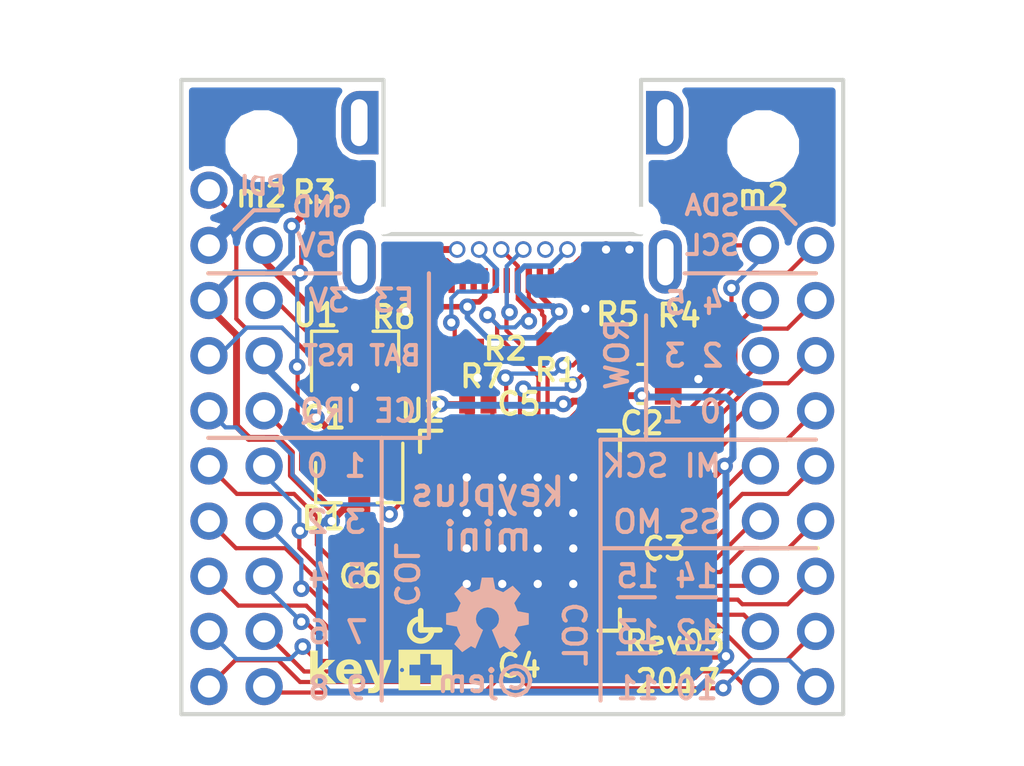
<source format=kicad_pcb>
(kicad_pcb (version 4) (host pcbnew 4.0.7)

  (general
    (links 109)
    (no_connects 5)
    (area 195.924999 92.924999 220.075001 116.075001)
    (thickness 1.6)
    (drawings 64)
    (tracks 567)
    (zones 0)
    (modules 24)
    (nets 55)
  )

  (page A4)
  (layers
    (0 F.Cu signal)
    (31 B.Cu signal)
    (32 B.Adhes user)
    (33 F.Adhes user)
    (34 B.Paste user)
    (35 F.Paste user)
    (36 B.SilkS user)
    (37 F.SilkS user)
    (38 B.Mask user)
    (39 F.Mask user)
    (40 Dwgs.User user)
    (41 Cmts.User user)
    (42 Eco1.User user)
    (43 Eco2.User user)
    (44 Edge.Cuts user)
    (45 Margin user)
    (46 B.CrtYd user)
    (47 F.CrtYd user)
    (48 B.Fab user)
    (49 F.Fab user)
  )

  (setup
    (last_trace_width 0.1524)
    (trace_clearance 0.1524)
    (zone_clearance 0.2)
    (zone_45_only no)
    (trace_min 0.1524)
    (segment_width 0.15)
    (edge_width 0.15)
    (via_size 0.6)
    (via_drill 0.3)
    (via_min_size 0.6)
    (via_min_drill 0.3)
    (uvia_size 0.3)
    (uvia_drill 0.1)
    (uvias_allowed no)
    (uvia_min_size 0)
    (uvia_min_drill 0)
    (pcb_text_width 0.3)
    (pcb_text_size 1.5 1.5)
    (mod_edge_width 0.15)
    (mod_text_size 1 1)
    (mod_text_width 0.15)
    (pad_size 1.2 2)
    (pad_drill 0.6)
    (pad_to_mask_clearance 0.02)
    (solder_mask_min_width 0.05)
    (pad_to_paste_clearance -0.02)
    (aux_axis_origin 0 0)
    (visible_elements FFFEFFFF)
    (pcbplotparams
      (layerselection 0x010f8_80000001)
      (usegerberextensions true)
      (excludeedgelayer true)
      (linewidth 0.100000)
      (plotframeref false)
      (viasonmask false)
      (mode 1)
      (useauxorigin false)
      (hpglpennumber 1)
      (hpglpenspeed 20)
      (hpglpendiameter 15)
      (hpglpenoverlay 2)
      (psnegative false)
      (psa4output false)
      (plotreference true)
      (plotvalue true)
      (plotinvisibletext false)
      (padsonsilk false)
      (subtractmaskfromsilk true)
      (outputformat 1)
      (mirror false)
      (drillshape 0)
      (scaleselection 1)
      (outputdirectory gerber))
  )

  (net 0 "")
  (net 1 +5V)
  (net 2 GND)
  (net 3 +3V3)
  (net 4 "Net-(J1-PadA5)")
  (net 5 /D+)
  (net 6 /D-)
  (net 7 "Net-(J1-PadB5)")
  (net 8 /PE3)
  (net 9 /PDI)
  (net 10 /PCL)
  (net 11 /PR1)
  (net 12 /PA0)
  (net 13 /PA1)
  (net 14 /PA2)
  (net 15 /PA3)
  (net 16 /PA4)
  (net 17 /PA5)
  (net 18 /PA6)
  (net 19 /PA7)
  (net 20 /PB0)
  (net 21 /PB1)
  (net 22 /PE1)
  (net 23 /PE0)
  (net 24 /PD5)
  (net 25 /PD4)
  (net 26 /PD3)
  (net 27 /PD2)
  (net 28 /PD1)
  (net 29 /PD0)
  (net 30 /PC7)
  (net 31 /PC6)
  (net 32 /PC5)
  (net 33 /PC4)
  (net 34 /PC3)
  (net 35 /PC2)
  (net 36 /PC1)
  (net 37 /PC0)
  (net 38 /PB3)
  (net 39 /PB2)
  (net 40 "Net-(C1-Pad2)")
  (net 41 "Net-(R6-Pad2)")
  (net 42 /PR0)
  (net 43 +BATT)
  (net 44 "Net-(J1-PadS1)")
  (net 45 "Net-(J1-PadB11)")
  (net 46 "Net-(J1-PadB10)")
  (net 47 "Net-(J1-PadA2)")
  (net 48 "Net-(J1-PadA3)")
  (net 49 "Net-(J1-PadA8)")
  (net 50 "Net-(J1-PadA10)")
  (net 51 "Net-(J1-PadA11)")
  (net 52 "Net-(J1-PadB3)")
  (net 53 "Net-(J1-PadB2)")
  (net 54 "Net-(J1-PadB8)")

  (net_class Default "This is the default net class."
    (clearance 0.1524)
    (trace_width 0.1524)
    (via_dia 0.6)
    (via_drill 0.3)
    (uvia_dia 0.3)
    (uvia_drill 0.1)
    (add_net /D+)
    (add_net /D-)
    (add_net /PA0)
    (add_net /PA1)
    (add_net /PA2)
    (add_net /PA3)
    (add_net /PA4)
    (add_net /PA5)
    (add_net /PA6)
    (add_net /PA7)
    (add_net /PB0)
    (add_net /PB1)
    (add_net /PB2)
    (add_net /PB3)
    (add_net /PC0)
    (add_net /PC1)
    (add_net /PC2)
    (add_net /PC3)
    (add_net /PC4)
    (add_net /PC5)
    (add_net /PC6)
    (add_net /PC7)
    (add_net /PCL)
    (add_net /PD0)
    (add_net /PD1)
    (add_net /PD2)
    (add_net /PD3)
    (add_net /PD4)
    (add_net /PD5)
    (add_net /PDI)
    (add_net /PE0)
    (add_net /PE1)
    (add_net /PE3)
    (add_net /PR0)
    (add_net /PR1)
    (add_net "Net-(J1-PadA10)")
    (add_net "Net-(J1-PadA11)")
    (add_net "Net-(J1-PadA2)")
    (add_net "Net-(J1-PadA3)")
    (add_net "Net-(J1-PadA5)")
    (add_net "Net-(J1-PadA8)")
    (add_net "Net-(J1-PadB10)")
    (add_net "Net-(J1-PadB11)")
    (add_net "Net-(J1-PadB2)")
    (add_net "Net-(J1-PadB3)")
    (add_net "Net-(J1-PadB5)")
    (add_net "Net-(J1-PadB8)")
    (add_net "Net-(J1-PadS1)")
    (add_net "Net-(R6-Pad2)")
  )

  (net_class Power ""
    (clearance 0.1524)
    (trace_width 0.25)
    (via_dia 0.6)
    (via_drill 0.3)
    (uvia_dia 0.3)
    (uvia_drill 0.1)
    (add_net +3V3)
    (add_net +5V)
    (add_net +BATT)
    (add_net GND)
    (add_net "Net-(C1-Pad2)")
  )

  (net_class temp ""
    (clearance 0.1524)
    (trace_width 0.1524)
    (via_dia 0.6)
    (via_drill 0.3)
    (uvia_dia 0.3)
    (uvia_drill 0.1)
  )

  (module Conn_PinHeader_2.00mm:PinHeader_2x09_P2.00mm_Vertical (layer F.Cu) (tedit 5A24E0A3) (tstamp 5A2A0A67)
    (at 217 99)
    (descr "Through hole straight pin header, 2x09, 2.00mm pitch, double rows")
    (tags "Through hole pin header THT 2x09 2.00mm double row")
    (path /59BE1233)
    (fp_text reference J4 (at 2 -1.5) (layer Cmts.User)
      (effects (font (size 1 1) (thickness 0.15)))
    )
    (fp_text value Conn_02x09_Odd_Even (at 1 18.06) (layer F.Fab)
      (effects (font (size 1 1) (thickness 0.15)))
    )
    (fp_line (start 0 -1) (end 3 -1) (layer F.Fab) (width 0.1))
    (fp_line (start 3 -1) (end 3 17) (layer F.Fab) (width 0.1))
    (fp_line (start 3 17) (end -1 17) (layer F.Fab) (width 0.1))
    (fp_line (start -1 17) (end -1 0) (layer F.Fab) (width 0.1))
    (fp_line (start -1 0) (end 0 -1) (layer F.Fab) (width 0.1))
    (fp_line (start -1.5 -1.5) (end -1.5 17.5) (layer F.CrtYd) (width 0.05))
    (fp_line (start -1.5 17.5) (end 3.5 17.5) (layer F.CrtYd) (width 0.05))
    (fp_line (start 3.5 17.5) (end 3.5 -1.5) (layer F.CrtYd) (width 0.05))
    (fp_line (start 3.5 -1.5) (end -1.5 -1.5) (layer F.CrtYd) (width 0.05))
    (fp_text user %R (at 1 8 90) (layer F.Fab)
      (effects (font (size 1 1) (thickness 0.15)))
    )
    (pad 1 thru_hole circle (at 0 0) (size 1.35 1.35) (drill 0.8) (layers *.Cu *.Mask)
      (net 22 /PE1))
    (pad 2 thru_hole oval (at 2 0) (size 1.35 1.35) (drill 0.8) (layers *.Cu *.Mask)
      (net 23 /PE0))
    (pad 3 thru_hole oval (at 0 2) (size 1.35 1.35) (drill 0.8) (layers *.Cu *.Mask)
      (net 24 /PD5))
    (pad 4 thru_hole oval (at 2 2) (size 1.35 1.35) (drill 0.8) (layers *.Cu *.Mask)
      (net 25 /PD4))
    (pad 5 thru_hole oval (at 0 4) (size 1.35 1.35) (drill 0.8) (layers *.Cu *.Mask)
      (net 26 /PD3))
    (pad 6 thru_hole oval (at 2 4) (size 1.35 1.35) (drill 0.8) (layers *.Cu *.Mask)
      (net 27 /PD2))
    (pad 7 thru_hole oval (at 0 6) (size 1.35 1.35) (drill 0.8) (layers *.Cu *.Mask)
      (net 28 /PD1))
    (pad 8 thru_hole oval (at 2 6) (size 1.35 1.35) (drill 0.8) (layers *.Cu *.Mask)
      (net 29 /PD0))
    (pad 9 thru_hole oval (at 0 8) (size 1.35 1.35) (drill 0.8) (layers *.Cu *.Mask)
      (net 30 /PC7))
    (pad 10 thru_hole oval (at 2 8) (size 1.35 1.35) (drill 0.8) (layers *.Cu *.Mask)
      (net 31 /PC6))
    (pad 11 thru_hole oval (at 0 10) (size 1.35 1.35) (drill 0.8) (layers *.Cu *.Mask)
      (net 32 /PC5))
    (pad 12 thru_hole oval (at 2 10) (size 1.35 1.35) (drill 0.8) (layers *.Cu *.Mask)
      (net 33 /PC4))
    (pad 13 thru_hole oval (at 0 12) (size 1.35 1.35) (drill 0.8) (layers *.Cu *.Mask)
      (net 34 /PC3))
    (pad 14 thru_hole oval (at 2 12) (size 1.35 1.35) (drill 0.8) (layers *.Cu *.Mask)
      (net 35 /PC2))
    (pad 15 thru_hole oval (at 0 14) (size 1.35 1.35) (drill 0.8) (layers *.Cu *.Mask)
      (net 36 /PC1))
    (pad 16 thru_hole oval (at 2 14) (size 1.35 1.35) (drill 0.8) (layers *.Cu *.Mask)
      (net 37 /PC0))
    (pad 17 thru_hole oval (at 0 16) (size 1.35 1.35) (drill 0.8) (layers *.Cu *.Mask)
      (net 38 /PB3))
    (pad 18 thru_hole oval (at 2 16) (size 1.35 1.35) (drill 0.8) (layers *.Cu *.Mask)
      (net 39 /PB2))
    (model ${KISYS3DMOD}/Conn_PinHeader_2.00mm.3dshapes/PinHeader_2x09_P2.00mm_Vertical.wrl
      (at (xyz 0 0 0))
      (scale (xyz 1 1 1))
      (rotate (xyz 0 0 0))
    )
  )

  (module Conn_PinHeader_2.00mm:PinHeader_2x09_P2.00mm_Vertical (layer F.Cu) (tedit 5A24E0B8) (tstamp 5A2A0A2C)
    (at 197 99)
    (descr "Through hole straight pin header, 2x09, 2.00mm pitch, double rows")
    (tags "Through hole pin header THT 2x09 2.00mm double row")
    (path /59BE116E)
    (fp_text reference J2 (at -2 0) (layer Cmts.User)
      (effects (font (size 1 1) (thickness 0.15)))
    )
    (fp_text value Conn_02x09_Odd_Even (at 1 18.06) (layer F.Fab)
      (effects (font (size 1 1) (thickness 0.15)))
    )
    (fp_line (start 0 -1) (end 3 -1) (layer F.Fab) (width 0.1))
    (fp_line (start 3 -1) (end 3 17) (layer F.Fab) (width 0.1))
    (fp_line (start 3 17) (end -1 17) (layer F.Fab) (width 0.1))
    (fp_line (start -1 17) (end -1 0) (layer F.Fab) (width 0.1))
    (fp_line (start -1 0) (end 0 -1) (layer F.Fab) (width 0.1))
    (fp_line (start -1.5 -1.5) (end -1.5 17.5) (layer F.CrtYd) (width 0.05))
    (fp_line (start -1.5 17.5) (end 3.5 17.5) (layer F.CrtYd) (width 0.05))
    (fp_line (start 3.5 17.5) (end 3.5 -1.5) (layer F.CrtYd) (width 0.05))
    (fp_line (start 3.5 -1.5) (end -1.5 -1.5) (layer F.CrtYd) (width 0.05))
    (fp_text user %R (at 1 8 90) (layer F.Fab)
      (effects (font (size 1 1) (thickness 0.15)))
    )
    (pad 1 thru_hole circle (at 0 0) (size 1.35 1.35) (drill 0.8) (layers *.Cu *.Mask)
      (net 2 GND))
    (pad 2 thru_hole oval (at 2 0) (size 1.35 1.35) (drill 0.8) (layers *.Cu *.Mask)
      (net 1 +5V))
    (pad 3 thru_hole oval (at 0 2) (size 1.35 1.35) (drill 0.8) (layers *.Cu *.Mask)
      (net 3 +3V3))
    (pad 4 thru_hole oval (at 2 2) (size 1.35 1.35) (drill 0.8) (layers *.Cu *.Mask)
      (net 8 /PE3))
    (pad 5 thru_hole oval (at 0 4) (size 1.35 1.35) (drill 0.8) (layers *.Cu *.Mask)
      (net 10 /PCL))
    (pad 6 thru_hole oval (at 2 4) (size 1.35 1.35) (drill 0.8) (layers *.Cu *.Mask)
      (net 43 +BATT))
    (pad 7 thru_hole oval (at 0 6) (size 1.35 1.35) (drill 0.8) (layers *.Cu *.Mask)
      (net 11 /PR1))
    (pad 8 thru_hole oval (at 2 6) (size 1.35 1.35) (drill 0.8) (layers *.Cu *.Mask)
      (net 42 /PR0))
    (pad 9 thru_hole oval (at 0 8) (size 1.35 1.35) (drill 0.8) (layers *.Cu *.Mask)
      (net 12 /PA0))
    (pad 10 thru_hole oval (at 2 8) (size 1.35 1.35) (drill 0.8) (layers *.Cu *.Mask)
      (net 13 /PA1))
    (pad 11 thru_hole oval (at 0 10) (size 1.35 1.35) (drill 0.8) (layers *.Cu *.Mask)
      (net 14 /PA2))
    (pad 12 thru_hole oval (at 2 10) (size 1.35 1.35) (drill 0.8) (layers *.Cu *.Mask)
      (net 15 /PA3))
    (pad 13 thru_hole oval (at 0 12) (size 1.35 1.35) (drill 0.8) (layers *.Cu *.Mask)
      (net 16 /PA4))
    (pad 14 thru_hole oval (at 2 12) (size 1.35 1.35) (drill 0.8) (layers *.Cu *.Mask)
      (net 17 /PA5))
    (pad 15 thru_hole oval (at 0 14) (size 1.35 1.35) (drill 0.8) (layers *.Cu *.Mask)
      (net 18 /PA6))
    (pad 16 thru_hole oval (at 2 14) (size 1.35 1.35) (drill 0.8) (layers *.Cu *.Mask)
      (net 19 /PA7))
    (pad 17 thru_hole oval (at 0 16) (size 1.35 1.35) (drill 0.8) (layers *.Cu *.Mask)
      (net 20 /PB0))
    (pad 18 thru_hole oval (at 2 16) (size 1.35 1.35) (drill 0.8) (layers *.Cu *.Mask)
      (net 21 /PB1))
    (model ${KISYS3DMOD}/Conn_PinHeader_2.00mm.3dshapes/PinHeader_2x09_P2.00mm_Vertical.wrl
      (at (xyz 0 0 0))
      (scale (xyz 1 1 1))
      (rotate (xyz 0 0 0))
    )
  )

  (module Conn_PinHeader_2.00mm:PinHeader_1x01_P2.00mm_Vertical (layer F.Cu) (tedit 5A24E0B7) (tstamp 5A2A0A53)
    (at 197 97)
    (descr "Through hole straight pin header, 1x01, 2.00mm pitch, single row")
    (tags "Through hole pin header THT 1x01 2.00mm single row")
    (path /59107B07)
    (fp_text reference J3 (at -2 0) (layer Cmts.User)
      (effects (font (size 1 1) (thickness 0.15)))
    )
    (fp_text value CONN_01X01 (at 0 2.06) (layer F.Fab)
      (effects (font (size 1 1) (thickness 0.15)))
    )
    (fp_line (start -0.5 -1) (end 1 -1) (layer F.Fab) (width 0.1))
    (fp_line (start 1 -1) (end 1 1) (layer F.Fab) (width 0.1))
    (fp_line (start 1 1) (end -1 1) (layer F.Fab) (width 0.1))
    (fp_line (start -1 1) (end -1 -0.5) (layer F.Fab) (width 0.1))
    (fp_line (start -1 -0.5) (end -0.5 -1) (layer F.Fab) (width 0.1))
    (fp_line (start -1.5 -1.5) (end -1.5 1.5) (layer F.CrtYd) (width 0.05))
    (fp_line (start -1.5 1.5) (end 1.5 1.5) (layer F.CrtYd) (width 0.05))
    (fp_line (start 1.5 1.5) (end 1.5 -1.5) (layer F.CrtYd) (width 0.05))
    (fp_line (start 1.5 -1.5) (end -1.5 -1.5) (layer F.CrtYd) (width 0.05))
    (fp_text user %R (at 0 0 90) (layer F.Fab)
      (effects (font (size 1 1) (thickness 0.15)))
    )
    (pad 1 thru_hole circle (at 0 0) (size 1.35 1.35) (drill 0.8) (layers *.Cu *.Mask)
      (net 9 /PDI))
    (model ${KISYS3DMOD}/Conn_PinHeader_2.00mm.3dshapes/PinHeader_1x01_P2.00mm_Vertical.wrl
      (at (xyz 0 0 0))
      (scale (xyz 1 1 1))
      (rotate (xyz 0 0 0))
    )
  )

  (module Mounting_Holes:MountingHole_2.2mm_M2 (layer F.Cu) (tedit 5A26887D) (tstamp 591005CD)
    (at 199 95.4)
    (descr "Mounting Hole 2.2mm, no annular, M2")
    (tags "mounting hole 2.2mm no annular m2")
    (fp_text reference "" (at 0 -3.2) (layer Cmts.User) hide
      (effects (font (size 1 1) (thickness 0.15)))
    )
    (fp_text value MountingHole_2.2mm_M2 (at 0 3.2) (layer F.Fab)
      (effects (font (size 1 1) (thickness 0.15)))
    )
    (fp_circle (center 0 0) (end 2.2 0) (layer Cmts.User) (width 0.15))
    (fp_circle (center 0 0) (end 2.45 0) (layer F.CrtYd) (width 0.05))
    (pad 1 np_thru_hole circle (at 0 0) (size 2.2 2.2) (drill 2.2) (layers *.Cu *.Mask))
  )

  (module Mounting_Holes:MountingHole_2.2mm_M2 (layer F.Cu) (tedit 5A268883) (tstamp 59100503)
    (at 217 95.4)
    (descr "Mounting Hole 2.2mm, no annular, M2")
    (tags "mounting hole 2.2mm no annular m2")
    (fp_text reference "" (at 0 -3.2) (layer Cmts.User) hide
      (effects (font (size 1 1) (thickness 0.15)))
    )
    (fp_text value MountingHole_2.2mm_M2 (at 0 3.2) (layer F.Fab)
      (effects (font (size 1 1) (thickness 0.15)))
    )
    (fp_circle (center 0 0) (end 2.2 0) (layer Cmts.User) (width 0.15))
    (fp_circle (center 0 0) (end 2.45 0) (layer F.CrtYd) (width 0.05))
    (pad 1 np_thru_hole circle (at 0 0) (size 2.2 2.2) (drill 2.2) (layers *.Cu *.Mask))
  )

  (module qfn:QFN-44-1EP_7x7mm_Pitch0.5mm_Alt_Silk (layer F.Cu) (tedit 5A24E11E) (tstamp 59BDA6F2)
    (at 208.28 109.347 90)
    (descr "UK Package; 44-Lead Plastic QFN (7mm x 7mm); (see Linear Technology QFN_44_05-08-1763.pdf)")
    (tags "QFN 0.5")
    (path /5A24E79F)
    (attr smd)
    (fp_text reference U2 (at 4.347 -3.53 180) (layer F.SilkS)
      (effects (font (size 0.8 0.8) (thickness 0.15)))
    )
    (fp_text value ATXMEGA-A4U-EPAD (at 0 4.75 90) (layer F.Fab)
      (effects (font (size 1 1) (thickness 0.15)))
    )
    (fp_line (start -2.9 -3.6) (end -3.6 -3.6) (layer F.SilkS) (width 0.2))
    (fp_arc (start -3.6 -3.6) (end -3.6 -3.2) (angle 270) (layer F.SilkS) (width 0.2))
    (fp_line (start -3.6 -3.6) (end -3.6 -2.9) (layer F.SilkS) (width 0.2))
    (fp_line (start -2.5 -3.5) (end 3.5 -3.5) (layer F.Fab) (width 0.15))
    (fp_line (start 3.5 -3.5) (end 3.5 3.5) (layer F.Fab) (width 0.15))
    (fp_line (start 3.5 3.5) (end -3.5 3.5) (layer F.Fab) (width 0.15))
    (fp_line (start -3.5 3.5) (end -3.5 -2.5) (layer F.Fab) (width 0.15))
    (fp_line (start -3.5 -2.5) (end -2.5 -3.5) (layer F.Fab) (width 0.15))
    (fp_line (start -4 -4) (end -4 4) (layer F.CrtYd) (width 0.05))
    (fp_line (start 4 -4) (end 4 4) (layer F.CrtYd) (width 0.05))
    (fp_line (start -4 -4) (end 4 -4) (layer F.CrtYd) (width 0.05))
    (fp_line (start -4 4) (end 4 4) (layer F.CrtYd) (width 0.05))
    (fp_line (start 3.625 -3.625) (end 3.625 -2.85) (layer F.SilkS) (width 0.15))
    (fp_line (start -3.625 3.625) (end -3.625 2.85) (layer F.SilkS) (width 0.15))
    (fp_line (start 3.625 3.625) (end 3.625 2.85) (layer F.SilkS) (width 0.15))
    (fp_line (start -3.625 3.625) (end -2.85 3.625) (layer F.SilkS) (width 0.15))
    (fp_line (start 3.625 3.625) (end 2.85 3.625) (layer F.SilkS) (width 0.15))
    (fp_line (start 3.625 -3.625) (end 2.85 -3.625) (layer F.SilkS) (width 0.15))
    (pad 1 smd rect (at -3.4 -2.5 90) (size 0.7 0.25) (layers F.Cu F.Paste F.Mask)
      (net 17 /PA5))
    (pad 2 smd rect (at -3.4 -2 90) (size 0.7 0.25) (layers F.Cu F.Paste F.Mask)
      (net 18 /PA6))
    (pad 3 smd rect (at -3.4 -1.5 90) (size 0.7 0.25) (layers F.Cu F.Paste F.Mask)
      (net 19 /PA7))
    (pad 4 smd rect (at -3.4 -1 90) (size 0.7 0.25) (layers F.Cu F.Paste F.Mask)
      (net 20 /PB0))
    (pad 5 smd rect (at -3.4 -0.5 90) (size 0.7 0.25) (layers F.Cu F.Paste F.Mask)
      (net 21 /PB1))
    (pad 6 smd rect (at -3.4 0 90) (size 0.7 0.25) (layers F.Cu F.Paste F.Mask)
      (net 39 /PB2))
    (pad 7 smd rect (at -3.4 0.5 90) (size 0.7 0.25) (layers F.Cu F.Paste F.Mask)
      (net 38 /PB3))
    (pad 8 smd rect (at -3.4 1 90) (size 0.7 0.25) (layers F.Cu F.Paste F.Mask)
      (net 2 GND))
    (pad 9 smd rect (at -3.4 1.5 90) (size 0.7 0.25) (layers F.Cu F.Paste F.Mask)
      (net 3 +3V3))
    (pad 10 smd rect (at -3.4 2 90) (size 0.7 0.25) (layers F.Cu F.Paste F.Mask)
      (net 37 /PC0))
    (pad 11 smd rect (at -3.4 2.5 90) (size 0.7 0.25) (layers F.Cu F.Paste F.Mask)
      (net 36 /PC1))
    (pad 12 smd rect (at -2.5 3.4 180) (size 0.7 0.25) (layers F.Cu F.Paste F.Mask)
      (net 35 /PC2))
    (pad 13 smd rect (at -2 3.4 180) (size 0.7 0.25) (layers F.Cu F.Paste F.Mask)
      (net 34 /PC3))
    (pad 14 smd rect (at -1.5 3.4 180) (size 0.7 0.25) (layers F.Cu F.Paste F.Mask)
      (net 33 /PC4))
    (pad 15 smd rect (at -1 3.4 180) (size 0.7 0.25) (layers F.Cu F.Paste F.Mask)
      (net 32 /PC5))
    (pad 16 smd rect (at -0.5 3.4 180) (size 0.7 0.25) (layers F.Cu F.Paste F.Mask)
      (net 31 /PC6))
    (pad 17 smd rect (at 0 3.4 180) (size 0.7 0.25) (layers F.Cu F.Paste F.Mask)
      (net 30 /PC7))
    (pad 18 smd rect (at 0.5 3.4 180) (size 0.7 0.25) (layers F.Cu F.Paste F.Mask)
      (net 2 GND))
    (pad 19 smd rect (at 1 3.4 180) (size 0.7 0.25) (layers F.Cu F.Paste F.Mask)
      (net 3 +3V3))
    (pad 20 smd rect (at 1.5 3.4 180) (size 0.7 0.25) (layers F.Cu F.Paste F.Mask)
      (net 29 /PD0))
    (pad 21 smd rect (at 2 3.4 180) (size 0.7 0.25) (layers F.Cu F.Paste F.Mask)
      (net 28 /PD1))
    (pad 22 smd rect (at 2.5 3.4 180) (size 0.7 0.25) (layers F.Cu F.Paste F.Mask)
      (net 27 /PD2))
    (pad 23 smd rect (at 3.4 2.5 90) (size 0.7 0.25) (layers F.Cu F.Paste F.Mask)
      (net 26 /PD3))
    (pad 24 smd rect (at 3.4 2 90) (size 0.7 0.25) (layers F.Cu F.Paste F.Mask)
      (net 25 /PD4))
    (pad 25 smd rect (at 3.4 1.5 90) (size 0.7 0.25) (layers F.Cu F.Paste F.Mask)
      (net 24 /PD5))
    (pad 26 smd rect (at 3.4 1 90) (size 0.7 0.25) (layers F.Cu F.Paste F.Mask)
      (net 6 /D-))
    (pad 27 smd rect (at 3.4 0.5 90) (size 0.7 0.25) (layers F.Cu F.Paste F.Mask)
      (net 5 /D+))
    (pad 28 smd rect (at 3.4 0 90) (size 0.7 0.25) (layers F.Cu F.Paste F.Mask)
      (net 23 /PE0))
    (pad 29 smd rect (at 3.4 -0.5 90) (size 0.7 0.25) (layers F.Cu F.Paste F.Mask)
      (net 22 /PE1))
    (pad 30 smd rect (at 3.4 -1 90) (size 0.7 0.25) (layers F.Cu F.Paste F.Mask)
      (net 2 GND))
    (pad 31 smd rect (at 3.4 -1.5 90) (size 0.7 0.25) (layers F.Cu F.Paste F.Mask)
      (net 3 +3V3))
    (pad 32 smd rect (at 3.4 -2 90) (size 0.7 0.25) (layers F.Cu F.Paste F.Mask)
      (net 41 "Net-(R6-Pad2)"))
    (pad 33 smd rect (at 3.4 -2.5 90) (size 0.7 0.25) (layers F.Cu F.Paste F.Mask)
      (net 8 /PE3))
    (pad 34 smd rect (at 2.5 -3.4 180) (size 0.7 0.25) (layers F.Cu F.Paste F.Mask)
      (net 9 /PDI))
    (pad 35 smd rect (at 2 -3.4 180) (size 0.7 0.25) (layers F.Cu F.Paste F.Mask)
      (net 10 /PCL))
    (pad 36 smd rect (at 1.5 -3.4 180) (size 0.7 0.25) (layers F.Cu F.Paste F.Mask)
      (net 42 /PR0))
    (pad 37 smd rect (at 1 -3.4 180) (size 0.7 0.25) (layers F.Cu F.Paste F.Mask)
      (net 11 /PR1))
    (pad 38 smd rect (at 0.5 -3.4 180) (size 0.7 0.25) (layers F.Cu F.Paste F.Mask)
      (net 2 GND))
    (pad 39 smd rect (at 0 -3.4 180) (size 0.7 0.25) (layers F.Cu F.Paste F.Mask)
      (net 3 +3V3))
    (pad 40 smd rect (at -0.5 -3.4 180) (size 0.7 0.25) (layers F.Cu F.Paste F.Mask)
      (net 12 /PA0))
    (pad 41 smd rect (at -1 -3.4 180) (size 0.7 0.25) (layers F.Cu F.Paste F.Mask)
      (net 13 /PA1))
    (pad 42 smd rect (at -1.5 -3.4 180) (size 0.7 0.25) (layers F.Cu F.Paste F.Mask)
      (net 14 /PA2))
    (pad 43 smd rect (at -2 -3.4 180) (size 0.7 0.25) (layers F.Cu F.Paste F.Mask)
      (net 15 /PA3))
    (pad 44 smd rect (at -2.5 -3.4 180) (size 0.7 0.25) (layers F.Cu F.Paste F.Mask)
      (net 16 /PA4))
    (pad 45 smd rect (at 1.93125 1.93125 90) (size 1.2875 1.2875) (layers F.Cu F.Paste F.Mask)
      (net 2 GND) (solder_paste_margin_ratio -0.2))
    (pad 45 smd rect (at 1.93125 0.64375 90) (size 1.2875 1.2875) (layers F.Cu F.Paste F.Mask)
      (net 2 GND) (solder_paste_margin_ratio -0.2))
    (pad 45 smd rect (at 1.93125 -0.64375 90) (size 1.2875 1.2875) (layers F.Cu F.Paste F.Mask)
      (net 2 GND) (solder_paste_margin_ratio -0.2))
    (pad 45 smd rect (at 1.93125 -1.93125 90) (size 1.2875 1.2875) (layers F.Cu F.Paste F.Mask)
      (net 2 GND) (solder_paste_margin_ratio -0.2))
    (pad 45 smd rect (at 0.64375 1.93125 90) (size 1.2875 1.2875) (layers F.Cu F.Paste F.Mask)
      (net 2 GND) (solder_paste_margin_ratio -0.2))
    (pad 45 smd rect (at 0.64375 0.64375 90) (size 1.2875 1.2875) (layers F.Cu F.Paste F.Mask)
      (net 2 GND) (solder_paste_margin_ratio -0.2))
    (pad 45 smd rect (at 0.64375 -0.64375 90) (size 1.2875 1.2875) (layers F.Cu F.Paste F.Mask)
      (net 2 GND) (solder_paste_margin_ratio -0.2))
    (pad 45 smd rect (at 0.64375 -1.93125 90) (size 1.2875 1.2875) (layers F.Cu F.Paste F.Mask)
      (net 2 GND) (solder_paste_margin_ratio -0.2))
    (pad 45 smd rect (at -0.64375 1.93125 90) (size 1.2875 1.2875) (layers F.Cu F.Paste F.Mask)
      (net 2 GND) (solder_paste_margin_ratio -0.2))
    (pad 45 smd rect (at -0.64375 0.64375 90) (size 1.2875 1.2875) (layers F.Cu F.Paste F.Mask)
      (net 2 GND) (solder_paste_margin_ratio -0.2))
    (pad 45 smd rect (at -0.64375 -0.64375 90) (size 1.2875 1.2875) (layers F.Cu F.Paste F.Mask)
      (net 2 GND) (solder_paste_margin_ratio -0.2))
    (pad 45 smd rect (at -0.64375 -1.93125 90) (size 1.2875 1.2875) (layers F.Cu F.Paste F.Mask)
      (net 2 GND) (solder_paste_margin_ratio -0.2))
    (pad 45 smd rect (at -1.93125 1.93125 90) (size 1.2875 1.2875) (layers F.Cu F.Paste F.Mask)
      (net 2 GND) (solder_paste_margin_ratio -0.2))
    (pad 45 smd rect (at -1.93125 0.64375 90) (size 1.2875 1.2875) (layers F.Cu F.Paste F.Mask)
      (net 2 GND) (solder_paste_margin_ratio -0.2))
    (pad 45 smd rect (at -1.93125 -0.64375 90) (size 1.2875 1.2875) (layers F.Cu F.Paste F.Mask)
      (net 2 GND) (solder_paste_margin_ratio -0.2))
    (pad 45 smd rect (at -1.93125 -1.93125 90) (size 1.2875 1.2875) (layers F.Cu F.Paste F.Mask)
      (net 2 GND) (solder_paste_margin_ratio -0.2))
    (model Housings_DFN_QFN.3dshapes/QFN-44-1EP_7x7mm_Pitch0.5mm.wrl
      (at (xyz 0 0 0))
      (scale (xyz 1 1 1))
      (rotate (xyz 0 0 0))
    )
  )

  (module Capacitor_SMD:C_0402_1005Metric (layer F.Cu) (tedit 5A24E032) (tstamp 5A2A09E0)
    (at 202.775 105.25)
    (descr "Capacitor SMD 0402 (1005 Metric), square (rectangular) end terminal, IPC_7351 nominal, (Body size source: http://www.tortai-tech.com/upload/download/2011102023233369053.pdf), generated with kicad-footprint-generator")
    (tags capacitor)
    (path /5912FD33)
    (attr smd)
    (fp_text reference C1 (at -1.5932 -0.0052) (layer F.SilkS)
      (effects (font (size 0.8 0.8) (thickness 0.15)))
    )
    (fp_text value 1uF (at 0 1.5) (layer F.Fab)
      (effects (font (size 1 1) (thickness 0.15)))
    )
    (fp_line (start -0.5 0.25) (end -0.5 -0.25) (layer F.Fab) (width 0.1))
    (fp_line (start -0.5 -0.25) (end 0.5 -0.25) (layer F.Fab) (width 0.1))
    (fp_line (start 0.5 -0.25) (end 0.5 0.25) (layer F.Fab) (width 0.1))
    (fp_line (start 0.5 0.25) (end -0.5 0.25) (layer F.Fab) (width 0.1))
    (fp_line (start -0.82 0.48) (end -0.82 -0.48) (layer F.CrtYd) (width 0.05))
    (fp_line (start -0.82 -0.48) (end 0.82 -0.48) (layer F.CrtYd) (width 0.05))
    (fp_line (start 0.82 -0.48) (end 0.82 0.48) (layer F.CrtYd) (width 0.05))
    (fp_line (start 0.82 0.48) (end -0.82 0.48) (layer F.CrtYd) (width 0.05))
    (fp_text user %R (at 0 -0.88) (layer F.Fab)
      (effects (font (size 0.5 0.5) (thickness 0.08)))
    )
    (pad 1 smd rect (at -0.3875 0) (size 0.575 0.65) (layers F.Cu F.Paste F.Mask)
      (net 2 GND))
    (pad 2 smd rect (at 0.3875 0) (size 0.575 0.65) (layers F.Cu F.Paste F.Mask)
      (net 40 "Net-(C1-Pad2)"))
    (model ${KISYS3DMOD}/Capacitor_SMD.3dshapes/C_0402_1005Metric.wrl
      (at (xyz 0 0 0))
      (scale (xyz 1 1 1))
      (rotate (xyz 0 0 0))
    )
  )

  (module Capacitor_SMD:C_0402_1005Metric (layer F.Cu) (tedit 5A24E080) (tstamp 5A2A09EA)
    (at 213.4235 108.839)
    (descr "Capacitor SMD 0402 (1005 Metric), square (rectangular) end terminal, IPC_7351 nominal, (Body size source: http://www.tortai-tech.com/upload/download/2011102023233369053.pdf), generated with kicad-footprint-generator")
    (tags capacitor)
    (path /59100348)
    (attr smd)
    (fp_text reference C3 (at 0.0765 1.161) (layer F.SilkS)
      (effects (font (size 0.8 0.8) (thickness 0.15)))
    )
    (fp_text value 0.1uF (at 0 1.5) (layer F.Fab)
      (effects (font (size 1 1) (thickness 0.15)))
    )
    (fp_line (start -0.5 0.25) (end -0.5 -0.25) (layer F.Fab) (width 0.1))
    (fp_line (start -0.5 -0.25) (end 0.5 -0.25) (layer F.Fab) (width 0.1))
    (fp_line (start 0.5 -0.25) (end 0.5 0.25) (layer F.Fab) (width 0.1))
    (fp_line (start 0.5 0.25) (end -0.5 0.25) (layer F.Fab) (width 0.1))
    (fp_line (start -0.82 0.48) (end -0.82 -0.48) (layer F.CrtYd) (width 0.05))
    (fp_line (start -0.82 -0.48) (end 0.82 -0.48) (layer F.CrtYd) (width 0.05))
    (fp_line (start 0.82 -0.48) (end 0.82 0.48) (layer F.CrtYd) (width 0.05))
    (fp_line (start 0.82 0.48) (end -0.82 0.48) (layer F.CrtYd) (width 0.05))
    (fp_text user %R (at 0 -0.88) (layer F.Fab)
      (effects (font (size 0.5 0.5) (thickness 0.08)))
    )
    (pad 1 smd rect (at -0.3875 0) (size 0.575 0.65) (layers F.Cu F.Paste F.Mask)
      (net 2 GND))
    (pad 2 smd rect (at 0.3875 0) (size 0.575 0.65) (layers F.Cu F.Paste F.Mask)
      (net 3 +3V3))
    (model ${KISYS3DMOD}/Capacitor_SMD.3dshapes/C_0402_1005Metric.wrl
      (at (xyz 0 0 0))
      (scale (xyz 1 1 1))
      (rotate (xyz 0 0 0))
    )
  )

  (module Capacitor_SMD:C_0402_1005Metric (layer F.Cu) (tedit 5A24E07A) (tstamp 5A2A09EF)
    (at 209.8675 114.1095)
    (descr "Capacitor SMD 0402 (1005 Metric), square (rectangular) end terminal, IPC_7351 nominal, (Body size source: http://www.tortai-tech.com/upload/download/2011102023233369053.pdf), generated with kicad-footprint-generator")
    (tags capacitor)
    (path /591002C8)
    (attr smd)
    (fp_text reference C4 (at -1.6175 0.1405) (layer F.SilkS)
      (effects (font (size 0.8 0.8) (thickness 0.15)))
    )
    (fp_text value 0.1uF (at 0 1.5) (layer F.Fab)
      (effects (font (size 1 1) (thickness 0.15)))
    )
    (fp_line (start -0.5 0.25) (end -0.5 -0.25) (layer F.Fab) (width 0.1))
    (fp_line (start -0.5 -0.25) (end 0.5 -0.25) (layer F.Fab) (width 0.1))
    (fp_line (start 0.5 -0.25) (end 0.5 0.25) (layer F.Fab) (width 0.1))
    (fp_line (start 0.5 0.25) (end -0.5 0.25) (layer F.Fab) (width 0.1))
    (fp_line (start -0.82 0.48) (end -0.82 -0.48) (layer F.CrtYd) (width 0.05))
    (fp_line (start -0.82 -0.48) (end 0.82 -0.48) (layer F.CrtYd) (width 0.05))
    (fp_line (start 0.82 -0.48) (end 0.82 0.48) (layer F.CrtYd) (width 0.05))
    (fp_line (start 0.82 0.48) (end -0.82 0.48) (layer F.CrtYd) (width 0.05))
    (fp_text user %R (at 0 -0.88) (layer F.Fab)
      (effects (font (size 0.5 0.5) (thickness 0.08)))
    )
    (pad 1 smd rect (at -0.3875 0) (size 0.575 0.65) (layers F.Cu F.Paste F.Mask)
      (net 2 GND))
    (pad 2 smd rect (at 0.3875 0) (size 0.575 0.65) (layers F.Cu F.Paste F.Mask)
      (net 3 +3V3))
    (model ${KISYS3DMOD}/Capacitor_SMD.3dshapes/C_0402_1005Metric.wrl
      (at (xyz 0 0 0))
      (scale (xyz 1 1 1))
      (rotate (xyz 0 0 0))
    )
  )

  (module Capacitor_SMD:C_0402_1005Metric (layer F.Cu) (tedit 5A24E092) (tstamp 5A2A09F4)
    (at 206.75 104.775 180)
    (descr "Capacitor SMD 0402 (1005 Metric), square (rectangular) end terminal, IPC_7351 nominal, (Body size source: http://www.tortai-tech.com/upload/download/2011102023233369053.pdf), generated with kicad-footprint-generator")
    (tags capacitor)
    (path /59100318)
    (attr smd)
    (fp_text reference C5 (at -1.494 0.025 180) (layer F.SilkS)
      (effects (font (size 0.8 0.8) (thickness 0.15)))
    )
    (fp_text value 0.1uF (at 0 1.5 180) (layer F.Fab)
      (effects (font (size 1 1) (thickness 0.15)))
    )
    (fp_line (start -0.5 0.25) (end -0.5 -0.25) (layer F.Fab) (width 0.1))
    (fp_line (start -0.5 -0.25) (end 0.5 -0.25) (layer F.Fab) (width 0.1))
    (fp_line (start 0.5 -0.25) (end 0.5 0.25) (layer F.Fab) (width 0.1))
    (fp_line (start 0.5 0.25) (end -0.5 0.25) (layer F.Fab) (width 0.1))
    (fp_line (start -0.82 0.48) (end -0.82 -0.48) (layer F.CrtYd) (width 0.05))
    (fp_line (start -0.82 -0.48) (end 0.82 -0.48) (layer F.CrtYd) (width 0.05))
    (fp_line (start 0.82 -0.48) (end 0.82 0.48) (layer F.CrtYd) (width 0.05))
    (fp_line (start 0.82 0.48) (end -0.82 0.48) (layer F.CrtYd) (width 0.05))
    (fp_text user %R (at 0 -0.88 180) (layer F.Fab)
      (effects (font (size 0.5 0.5) (thickness 0.08)))
    )
    (pad 1 smd rect (at -0.3875 0 180) (size 0.575 0.65) (layers F.Cu F.Paste F.Mask)
      (net 2 GND))
    (pad 2 smd rect (at 0.3875 0 180) (size 0.575 0.65) (layers F.Cu F.Paste F.Mask)
      (net 3 +3V3))
    (model ${KISYS3DMOD}/Capacitor_SMD.3dshapes/C_0402_1005Metric.wrl
      (at (xyz 0 0 0))
      (scale (xyz 1 1 1))
      (rotate (xyz 0 0 0))
    )
  )

  (module Capacitor_SMD:C_0402_1005Metric (layer F.Cu) (tedit 5A24E06F) (tstamp 5A2A09F9)
    (at 202.438 109.855 180)
    (descr "Capacitor SMD 0402 (1005 Metric), square (rectangular) end terminal, IPC_7351 nominal, (Body size source: http://www.tortai-tech.com/upload/download/2011102023233369053.pdf), generated with kicad-footprint-generator")
    (tags capacitor)
    (path /5910037F)
    (attr smd)
    (fp_text reference C6 (at -0.062 -1.145 180) (layer F.SilkS)
      (effects (font (size 0.8 0.8) (thickness 0.15)))
    )
    (fp_text value 0.1uF (at 0 1.5 180) (layer F.Fab)
      (effects (font (size 1 1) (thickness 0.15)))
    )
    (fp_line (start -0.5 0.25) (end -0.5 -0.25) (layer F.Fab) (width 0.1))
    (fp_line (start -0.5 -0.25) (end 0.5 -0.25) (layer F.Fab) (width 0.1))
    (fp_line (start 0.5 -0.25) (end 0.5 0.25) (layer F.Fab) (width 0.1))
    (fp_line (start 0.5 0.25) (end -0.5 0.25) (layer F.Fab) (width 0.1))
    (fp_line (start -0.82 0.48) (end -0.82 -0.48) (layer F.CrtYd) (width 0.05))
    (fp_line (start -0.82 -0.48) (end 0.82 -0.48) (layer F.CrtYd) (width 0.05))
    (fp_line (start 0.82 -0.48) (end 0.82 0.48) (layer F.CrtYd) (width 0.05))
    (fp_line (start 0.82 0.48) (end -0.82 0.48) (layer F.CrtYd) (width 0.05))
    (fp_text user %R (at 0 -0.88 180) (layer F.Fab)
      (effects (font (size 0.5 0.5) (thickness 0.08)))
    )
    (pad 1 smd rect (at -0.3875 0 180) (size 0.575 0.65) (layers F.Cu F.Paste F.Mask)
      (net 2 GND))
    (pad 2 smd rect (at 0.3875 0 180) (size 0.575 0.65) (layers F.Cu F.Paste F.Mask)
      (net 3 +3V3))
    (model ${KISYS3DMOD}/Capacitor_SMD.3dshapes/C_0402_1005Metric.wrl
      (at (xyz 0 0 0))
      (scale (xyz 1 1 1))
      (rotate (xyz 0 0 0))
    )
  )

  (module Package_TO_SOT_SMD:SOT-23 (layer F.Cu) (tedit 5A268C67) (tstamp 5A2A09FE)
    (at 202.45 107.575 270)
    (descr "SOT-23, Standard")
    (tags SOT-23)
    (path /596D9841)
    (attr smd)
    (fp_text reference D1 (at 1.325 1.3 540) (layer F.SilkS)
      (effects (font (size 0.8 0.8) (thickness 0.15)))
    )
    (fp_text value D_Schottky_x2_KCom_AAK (at 0 2.5 270) (layer F.Fab)
      (effects (font (size 1 1) (thickness 0.15)))
    )
    (fp_text user %R (at 0 0 360) (layer F.Fab)
      (effects (font (size 0.5 0.5) (thickness 0.075)))
    )
    (fp_line (start -0.7 -0.95) (end -0.7 1.5) (layer F.Fab) (width 0.1))
    (fp_line (start -0.15 -1.52) (end 0.7 -1.52) (layer F.Fab) (width 0.1))
    (fp_line (start -0.7 -0.95) (end -0.15 -1.52) (layer F.Fab) (width 0.1))
    (fp_line (start 0.7 -1.52) (end 0.7 1.52) (layer F.Fab) (width 0.1))
    (fp_line (start -0.7 1.52) (end 0.7 1.52) (layer F.Fab) (width 0.1))
    (fp_line (start 0.76 1.58) (end 0.76 0.65) (layer F.SilkS) (width 0.12))
    (fp_line (start 0.76 -1.58) (end 0.76 -0.65) (layer F.SilkS) (width 0.12))
    (fp_line (start -1.7 -1.75) (end 1.7 -1.75) (layer F.CrtYd) (width 0.05))
    (fp_line (start 1.7 -1.75) (end 1.7 1.75) (layer F.CrtYd) (width 0.05))
    (fp_line (start 1.7 1.75) (end -1.7 1.75) (layer F.CrtYd) (width 0.05))
    (fp_line (start -1.7 1.75) (end -1.7 -1.75) (layer F.CrtYd) (width 0.05))
    (fp_line (start 0.76 -1.58) (end -1.4 -1.58) (layer F.SilkS) (width 0.12))
    (fp_line (start 0.76 1.58) (end -0.7 1.58) (layer F.SilkS) (width 0.12))
    (pad 1 smd rect (at -1 -0.95 270) (size 0.9 0.8) (layers F.Cu F.Paste F.Mask)
      (net 40 "Net-(C1-Pad2)"))
    (pad 2 smd rect (at -1 0.95 270) (size 0.9 0.8) (layers F.Cu F.Paste F.Mask)
      (net 43 +BATT))
    (pad 3 smd rect (at 1 0 270) (size 0.9 0.8) (layers F.Cu F.Paste F.Mask)
      (net 3 +3V3))
    (model ${KISYS3DMOD}/Package_TO_SOT_SMD.3dshapes/SOT-23.wrl
      (at (xyz 0 0 0))
      (scale (xyz 1 1 1))
      (rotate (xyz 0 0 0))
    )
  )

  (module Resistor_SMD:R_0402_1005Metric (layer F.Cu) (tedit 5A24FA85) (tstamp 5A2A0A8E)
    (at 209.55 102.475)
    (descr "Resistor SMD 0402 (1005 Metric), square (rectangular) end terminal, IPC_7351 nominal, (Body size source: http://www.tortai-tech.com/upload/download/2011102023233369053.pdf), generated with kicad-footprint-generator")
    (tags resistor)
    (path /59100D83)
    (attr smd)
    (fp_text reference R1 (at 0.05 1.05) (layer F.SilkS)
      (effects (font (size 0.8 0.8) (thickness 0.15)))
    )
    (fp_text value 5.1k (at 0 1.5) (layer F.Fab)
      (effects (font (size 1 1) (thickness 0.15)))
    )
    (fp_line (start -0.5 0.25) (end -0.5 -0.25) (layer F.Fab) (width 0.1))
    (fp_line (start -0.5 -0.25) (end 0.5 -0.25) (layer F.Fab) (width 0.1))
    (fp_line (start 0.5 -0.25) (end 0.5 0.25) (layer F.Fab) (width 0.1))
    (fp_line (start 0.5 0.25) (end -0.5 0.25) (layer F.Fab) (width 0.1))
    (fp_line (start -0.82 0.48) (end -0.82 -0.48) (layer F.CrtYd) (width 0.05))
    (fp_line (start -0.82 -0.48) (end 0.82 -0.48) (layer F.CrtYd) (width 0.05))
    (fp_line (start 0.82 -0.48) (end 0.82 0.48) (layer F.CrtYd) (width 0.05))
    (fp_line (start 0.82 0.48) (end -0.82 0.48) (layer F.CrtYd) (width 0.05))
    (fp_text user %R (at 0 -0.88) (layer F.Fab)
      (effects (font (size 0.5 0.5) (thickness 0.08)))
    )
    (pad 1 smd rect (at -0.3875 0) (size 0.575 0.65) (layers F.Cu F.Paste F.Mask)
      (net 4 "Net-(J1-PadA5)"))
    (pad 2 smd rect (at 0.3875 0) (size 0.575 0.65) (layers F.Cu F.Paste F.Mask)
      (net 2 GND))
    (model ${KISYS3DMOD}/Resistor_SMD.3dshapes/R_0402_1005Metric.wrl
      (at (xyz 0 0 0))
      (scale (xyz 1 1 1))
      (rotate (xyz 0 0 0))
    )
  )

  (module Resistor_SMD:R_0402_1005Metric (layer F.Cu) (tedit 5A268100) (tstamp 5A2A0A93)
    (at 206.3 102.71)
    (descr "Resistor SMD 0402 (1005 Metric), square (rectangular) end terminal, IPC_7351 nominal, (Body size source: http://www.tortai-tech.com/upload/download/2011102023233369053.pdf), generated with kicad-footprint-generator")
    (tags resistor)
    (path /59100DF9)
    (attr smd)
    (fp_text reference R2 (at 1.45 0.04) (layer F.SilkS)
      (effects (font (size 0.8 0.8) (thickness 0.15)))
    )
    (fp_text value 5.1k (at 0 1.5) (layer F.Fab)
      (effects (font (size 1 1) (thickness 0.15)))
    )
    (fp_line (start -0.5 0.25) (end -0.5 -0.25) (layer F.Fab) (width 0.1))
    (fp_line (start -0.5 -0.25) (end 0.5 -0.25) (layer F.Fab) (width 0.1))
    (fp_line (start 0.5 -0.25) (end 0.5 0.25) (layer F.Fab) (width 0.1))
    (fp_line (start 0.5 0.25) (end -0.5 0.25) (layer F.Fab) (width 0.1))
    (fp_line (start -0.82 0.48) (end -0.82 -0.48) (layer F.CrtYd) (width 0.05))
    (fp_line (start -0.82 -0.48) (end 0.82 -0.48) (layer F.CrtYd) (width 0.05))
    (fp_line (start 0.82 -0.48) (end 0.82 0.48) (layer F.CrtYd) (width 0.05))
    (fp_line (start 0.82 0.48) (end -0.82 0.48) (layer F.CrtYd) (width 0.05))
    (fp_text user %R (at 0 -0.88) (layer F.Fab)
      (effects (font (size 0.5 0.5) (thickness 0.08)))
    )
    (pad 1 smd rect (at -0.3875 0) (size 0.575 0.65) (layers F.Cu F.Paste F.Mask)
      (net 7 "Net-(J1-PadB5)"))
    (pad 2 smd rect (at 0.3875 0) (size 0.575 0.65) (layers F.Cu F.Paste F.Mask)
      (net 2 GND))
    (model ${KISYS3DMOD}/Resistor_SMD.3dshapes/R_0402_1005Metric.wrl
      (at (xyz 0 0 0))
      (scale (xyz 1 1 1))
      (rotate (xyz 0 0 0))
    )
  )

  (module Resistor_SMD:R_0402_1005Metric (layer F.Cu) (tedit 5A2680ED) (tstamp 5A2A0A98)
    (at 200.8 98.35 270)
    (descr "Resistor SMD 0402 (1005 Metric), square (rectangular) end terminal, IPC_7351 nominal, (Body size source: http://www.tortai-tech.com/upload/download/2011102023233369053.pdf), generated with kicad-footprint-generator")
    (tags resistor)
    (path /5918161D)
    (attr smd)
    (fp_text reference R3 (at -1.275 -0.025 360) (layer F.SilkS)
      (effects (font (size 0.8 0.8) (thickness 0.15)))
    )
    (fp_text value 10k (at 0 1.5 270) (layer F.Fab)
      (effects (font (size 1 1) (thickness 0.15)))
    )
    (fp_line (start -0.5 0.25) (end -0.5 -0.25) (layer F.Fab) (width 0.1))
    (fp_line (start -0.5 -0.25) (end 0.5 -0.25) (layer F.Fab) (width 0.1))
    (fp_line (start 0.5 -0.25) (end 0.5 0.25) (layer F.Fab) (width 0.1))
    (fp_line (start 0.5 0.25) (end -0.5 0.25) (layer F.Fab) (width 0.1))
    (fp_line (start -0.82 0.48) (end -0.82 -0.48) (layer F.CrtYd) (width 0.05))
    (fp_line (start -0.82 -0.48) (end 0.82 -0.48) (layer F.CrtYd) (width 0.05))
    (fp_line (start 0.82 -0.48) (end 0.82 0.48) (layer F.CrtYd) (width 0.05))
    (fp_line (start 0.82 0.48) (end -0.82 0.48) (layer F.CrtYd) (width 0.05))
    (fp_text user %R (at 0 -0.88 270) (layer F.Fab)
      (effects (font (size 0.5 0.5) (thickness 0.08)))
    )
    (pad 1 smd rect (at -0.3875 0 270) (size 0.575 0.65) (layers F.Cu F.Paste F.Mask)
      (net 3 +3V3))
    (pad 2 smd rect (at 0.3875 0 270) (size 0.575 0.65) (layers F.Cu F.Paste F.Mask)
      (net 10 /PCL))
    (model ${KISYS3DMOD}/Resistor_SMD.3dshapes/R_0402_1005Metric.wrl
      (at (xyz 0 0 0))
      (scale (xyz 1 1 1))
      (rotate (xyz 0 0 0))
    )
  )

  (module Resistor_SMD:R_0402_1005Metric (layer F.Cu) (tedit 5A268147) (tstamp 5A2A0A9D)
    (at 214.05 102.475)
    (descr "Resistor SMD 0402 (1005 Metric), square (rectangular) end terminal, IPC_7351 nominal, (Body size source: http://www.tortai-tech.com/upload/download/2011102023233369053.pdf), generated with kicad-footprint-generator")
    (tags resistor)
    (path /591846D9)
    (attr smd)
    (fp_text reference R4 (at 0 -0.925 180) (layer F.SilkS)
      (effects (font (size 0.8 0.8) (thickness 0.15)))
    )
    (fp_text value 10k (at 0 1.5) (layer F.Fab)
      (effects (font (size 1 1) (thickness 0.15)))
    )
    (fp_line (start -0.5 0.25) (end -0.5 -0.25) (layer F.Fab) (width 0.1))
    (fp_line (start -0.5 -0.25) (end 0.5 -0.25) (layer F.Fab) (width 0.1))
    (fp_line (start 0.5 -0.25) (end 0.5 0.25) (layer F.Fab) (width 0.1))
    (fp_line (start 0.5 0.25) (end -0.5 0.25) (layer F.Fab) (width 0.1))
    (fp_line (start -0.82 0.48) (end -0.82 -0.48) (layer F.CrtYd) (width 0.05))
    (fp_line (start -0.82 -0.48) (end 0.82 -0.48) (layer F.CrtYd) (width 0.05))
    (fp_line (start 0.82 -0.48) (end 0.82 0.48) (layer F.CrtYd) (width 0.05))
    (fp_line (start 0.82 0.48) (end -0.82 0.48) (layer F.CrtYd) (width 0.05))
    (fp_text user %R (at 0 -0.88) (layer F.Fab)
      (effects (font (size 0.5 0.5) (thickness 0.08)))
    )
    (pad 1 smd rect (at -0.3875 0) (size 0.575 0.65) (layers F.Cu F.Paste F.Mask)
      (net 3 +3V3))
    (pad 2 smd rect (at 0.3875 0) (size 0.575 0.65) (layers F.Cu F.Paste F.Mask)
      (net 22 /PE1))
    (model ${KISYS3DMOD}/Resistor_SMD.3dshapes/R_0402_1005Metric.wrl
      (at (xyz 0 0 0))
      (scale (xyz 1 1 1))
      (rotate (xyz 0 0 0))
    )
  )

  (module Resistor_SMD:R_0402_1005Metric (layer F.Cu) (tedit 5A24E107) (tstamp 5A2A0AA2)
    (at 211.825 102.45 180)
    (descr "Resistor SMD 0402 (1005 Metric), square (rectangular) end terminal, IPC_7351 nominal, (Body size source: http://www.tortai-tech.com/upload/download/2011102023233369053.pdf), generated with kicad-footprint-generator")
    (tags resistor)
    (path /5918472E)
    (attr smd)
    (fp_text reference R5 (at 0 0.95 360) (layer F.SilkS)
      (effects (font (size 0.8 0.8) (thickness 0.15)))
    )
    (fp_text value 10k (at 0 1.5 180) (layer F.Fab)
      (effects (font (size 1 1) (thickness 0.15)))
    )
    (fp_line (start -0.5 0.25) (end -0.5 -0.25) (layer F.Fab) (width 0.1))
    (fp_line (start -0.5 -0.25) (end 0.5 -0.25) (layer F.Fab) (width 0.1))
    (fp_line (start 0.5 -0.25) (end 0.5 0.25) (layer F.Fab) (width 0.1))
    (fp_line (start 0.5 0.25) (end -0.5 0.25) (layer F.Fab) (width 0.1))
    (fp_line (start -0.82 0.48) (end -0.82 -0.48) (layer F.CrtYd) (width 0.05))
    (fp_line (start -0.82 -0.48) (end 0.82 -0.48) (layer F.CrtYd) (width 0.05))
    (fp_line (start 0.82 -0.48) (end 0.82 0.48) (layer F.CrtYd) (width 0.05))
    (fp_line (start 0.82 0.48) (end -0.82 0.48) (layer F.CrtYd) (width 0.05))
    (fp_text user %R (at 0 -0.88 180) (layer F.Fab)
      (effects (font (size 0.5 0.5) (thickness 0.08)))
    )
    (pad 1 smd rect (at -0.3875 0 180) (size 0.575 0.65) (layers F.Cu F.Paste F.Mask)
      (net 3 +3V3))
    (pad 2 smd rect (at 0.3875 0 180) (size 0.575 0.65) (layers F.Cu F.Paste F.Mask)
      (net 23 /PE0))
    (model ${KISYS3DMOD}/Resistor_SMD.3dshapes/R_0402_1005Metric.wrl
      (at (xyz 0 0 0))
      (scale (xyz 1 1 1))
      (rotate (xyz 0 0 0))
    )
  )

  (module Resistor_SMD:R_0402_1005Metric (layer F.Cu) (tedit 5A26811B) (tstamp 5A2A0AA7)
    (at 204.9 102.375 270)
    (descr "Resistor SMD 0402 (1005 Metric), square (rectangular) end terminal, IPC_7351 nominal, (Body size source: http://www.tortai-tech.com/upload/download/2011102023233369053.pdf), generated with kicad-footprint-generator")
    (tags resistor)
    (path /596DD7BD)
    (attr smd)
    (fp_text reference R6 (at -0.775 1.2 360) (layer F.SilkS)
      (effects (font (size 0.8 0.8) (thickness 0.15)))
    )
    (fp_text value 100k (at 0 1.5 270) (layer F.Fab)
      (effects (font (size 1 1) (thickness 0.15)))
    )
    (fp_line (start -0.5 0.25) (end -0.5 -0.25) (layer F.Fab) (width 0.1))
    (fp_line (start -0.5 -0.25) (end 0.5 -0.25) (layer F.Fab) (width 0.1))
    (fp_line (start 0.5 -0.25) (end 0.5 0.25) (layer F.Fab) (width 0.1))
    (fp_line (start 0.5 0.25) (end -0.5 0.25) (layer F.Fab) (width 0.1))
    (fp_line (start -0.82 0.48) (end -0.82 -0.48) (layer F.CrtYd) (width 0.05))
    (fp_line (start -0.82 -0.48) (end 0.82 -0.48) (layer F.CrtYd) (width 0.05))
    (fp_line (start 0.82 -0.48) (end 0.82 0.48) (layer F.CrtYd) (width 0.05))
    (fp_line (start 0.82 0.48) (end -0.82 0.48) (layer F.CrtYd) (width 0.05))
    (fp_text user %R (at 0 -0.88 270) (layer F.Fab)
      (effects (font (size 0.5 0.5) (thickness 0.08)))
    )
    (pad 1 smd rect (at -0.3875 0 270) (size 0.575 0.65) (layers F.Cu F.Paste F.Mask)
      (net 1 +5V))
    (pad 2 smd rect (at 0.3875 0 270) (size 0.575 0.65) (layers F.Cu F.Paste F.Mask)
      (net 41 "Net-(R6-Pad2)"))
    (model ${KISYS3DMOD}/Resistor_SMD.3dshapes/R_0402_1005Metric.wrl
      (at (xyz 0 0 0))
      (scale (xyz 1 1 1))
      (rotate (xyz 0 0 0))
    )
  )

  (module Resistor_SMD:R_0402_1005Metric (layer F.Cu) (tedit 5A2680FC) (tstamp 5A2A0AAC)
    (at 205.3 103.75)
    (descr "Resistor SMD 0402 (1005 Metric), square (rectangular) end terminal, IPC_7351 nominal, (Body size source: http://www.tortai-tech.com/upload/download/2011102023233369053.pdf), generated with kicad-footprint-generator")
    (tags resistor)
    (path /596DD95D)
    (attr smd)
    (fp_text reference R7 (at 1.6 0 180) (layer F.SilkS)
      (effects (font (size 0.8 0.8) (thickness 0.15)))
    )
    (fp_text value 100k (at 0 1.5) (layer F.Fab)
      (effects (font (size 1 1) (thickness 0.15)))
    )
    (fp_line (start -0.5 0.25) (end -0.5 -0.25) (layer F.Fab) (width 0.1))
    (fp_line (start -0.5 -0.25) (end 0.5 -0.25) (layer F.Fab) (width 0.1))
    (fp_line (start 0.5 -0.25) (end 0.5 0.25) (layer F.Fab) (width 0.1))
    (fp_line (start 0.5 0.25) (end -0.5 0.25) (layer F.Fab) (width 0.1))
    (fp_line (start -0.82 0.48) (end -0.82 -0.48) (layer F.CrtYd) (width 0.05))
    (fp_line (start -0.82 -0.48) (end 0.82 -0.48) (layer F.CrtYd) (width 0.05))
    (fp_line (start 0.82 -0.48) (end 0.82 0.48) (layer F.CrtYd) (width 0.05))
    (fp_line (start 0.82 0.48) (end -0.82 0.48) (layer F.CrtYd) (width 0.05))
    (fp_text user %R (at 0 -0.88) (layer F.Fab)
      (effects (font (size 0.5 0.5) (thickness 0.08)))
    )
    (pad 1 smd rect (at -0.3875 0) (size 0.575 0.65) (layers F.Cu F.Paste F.Mask)
      (net 41 "Net-(R6-Pad2)"))
    (pad 2 smd rect (at 0.3875 0) (size 0.575 0.65) (layers F.Cu F.Paste F.Mask)
      (net 2 GND))
    (model ${KISYS3DMOD}/Resistor_SMD.3dshapes/R_0402_1005Metric.wrl
      (at (xyz 0 0 0))
      (scale (xyz 1 1 1))
      (rotate (xyz 0 0 0))
    )
  )

  (module Package_TO_SOT_SMD:SOT-23 (layer F.Cu) (tedit 5A24E04C) (tstamp 5A2A0AB1)
    (at 202.3 102.875 90)
    (descr "SOT-23, Standard")
    (tags SOT-23)
    (path /59BE1A4B)
    (attr smd)
    (fp_text reference U1 (at 1.343 -1.436 180) (layer F.SilkS)
      (effects (font (size 0.8 0.8) (thickness 0.15)))
    )
    (fp_text value MCP1700-3302E_SOT23 (at 0 2.5 90) (layer F.Fab)
      (effects (font (size 1 1) (thickness 0.15)))
    )
    (fp_text user %R (at 0 0 180) (layer F.Fab)
      (effects (font (size 0.5 0.5) (thickness 0.075)))
    )
    (fp_line (start -0.7 -0.95) (end -0.7 1.5) (layer F.Fab) (width 0.1))
    (fp_line (start -0.15 -1.52) (end 0.7 -1.52) (layer F.Fab) (width 0.1))
    (fp_line (start -0.7 -0.95) (end -0.15 -1.52) (layer F.Fab) (width 0.1))
    (fp_line (start 0.7 -1.52) (end 0.7 1.52) (layer F.Fab) (width 0.1))
    (fp_line (start -0.7 1.52) (end 0.7 1.52) (layer F.Fab) (width 0.1))
    (fp_line (start 0.76 1.58) (end 0.76 0.65) (layer F.SilkS) (width 0.12))
    (fp_line (start 0.76 -1.58) (end 0.76 -0.65) (layer F.SilkS) (width 0.12))
    (fp_line (start -1.7 -1.75) (end 1.7 -1.75) (layer F.CrtYd) (width 0.05))
    (fp_line (start 1.7 -1.75) (end 1.7 1.75) (layer F.CrtYd) (width 0.05))
    (fp_line (start 1.7 1.75) (end -1.7 1.75) (layer F.CrtYd) (width 0.05))
    (fp_line (start -1.7 1.75) (end -1.7 -1.75) (layer F.CrtYd) (width 0.05))
    (fp_line (start 0.76 -1.58) (end -1.4 -1.58) (layer F.SilkS) (width 0.12))
    (fp_line (start 0.76 1.58) (end -0.7 1.58) (layer F.SilkS) (width 0.12))
    (pad 1 smd rect (at -1 -0.95 90) (size 0.9 0.8) (layers F.Cu F.Paste F.Mask)
      (net 2 GND))
    (pad 2 smd rect (at -1 0.95 90) (size 0.9 0.8) (layers F.Cu F.Paste F.Mask)
      (net 40 "Net-(C1-Pad2)"))
    (pad 3 smd rect (at 1 0 90) (size 0.9 0.8) (layers F.Cu F.Paste F.Mask)
      (net 1 +5V))
    (model ${KISYS3DMOD}/Package_TO_SOT_SMD.3dshapes/SOT-23.wrl
      (at (xyz 0 0 0))
      (scale (xyz 1 1 1))
      (rotate (xyz 0 0 0))
    )
  )

  (module Capacitor_SMD:C_0805_2012Metric (layer F.Cu) (tedit 5A268132) (tstamp 5A25F948)
    (at 212.7 104.025 180)
    (descr "Capacitor SMD 0805 (2012 Metric), square (rectangular) end terminal, IPC_7351 nominal, (Body size source: http://www.tortai-tech.com/upload/download/2011102023233369053.pdf), generated with kicad-footprint-generator")
    (tags capacitor)
    (path /5918049E)
    (attr smd)
    (fp_text reference C2 (at 0 -1.425 180) (layer F.SilkS)
      (effects (font (size 0.8 0.8) (thickness 0.15)))
    )
    (fp_text value 10uF (at 0 1.85 180) (layer F.Fab)
      (effects (font (size 1 1) (thickness 0.15)))
    )
    (fp_line (start -1 0.6) (end -1 -0.6) (layer F.Fab) (width 0.1))
    (fp_line (start -1 -0.6) (end 1 -0.6) (layer F.Fab) (width 0.1))
    (fp_line (start 1 -0.6) (end 1 0.6) (layer F.Fab) (width 0.1))
    (fp_line (start 1 0.6) (end -1 0.6) (layer F.Fab) (width 0.1))
    (fp_line (start -0.15 -0.71) (end 0.15 -0.71) (layer F.SilkS) (width 0.12))
    (fp_line (start -0.15 0.71) (end 0.15 0.71) (layer F.SilkS) (width 0.12))
    (fp_line (start -1.69 1) (end -1.69 -1) (layer F.CrtYd) (width 0.05))
    (fp_line (start -1.69 -1) (end 1.69 -1) (layer F.CrtYd) (width 0.05))
    (fp_line (start 1.69 -1) (end 1.69 1) (layer F.CrtYd) (width 0.05))
    (fp_line (start 1.69 1) (end -1.69 1) (layer F.CrtYd) (width 0.05))
    (fp_text user %R (at 0 0 180) (layer F.Fab)
      (effects (font (size 0.5 0.5) (thickness 0.08)))
    )
    (pad 1 smd rect (at -0.955 0 180) (size 0.97 1.5) (layers F.Cu F.Paste F.Mask)
      (net 2 GND))
    (pad 2 smd rect (at 0.955 0 180) (size 0.97 1.5) (layers F.Cu F.Paste F.Mask)
      (net 3 +3V3))
    (model ${KISYS3DMOD}/Capacitor_SMD.3dshapes/C_0805_2012Metric.wrl
      (at (xyz 0 0 0))
      (scale (xyz 1 1 1))
      (rotate (xyz 0 0 0))
    )
  )

  (module logo:key+_5mm (layer F.Cu) (tedit 5A2685B5) (tstamp 5A268699)
    (at 203.25 114.45)
    (attr virtual)
    (fp_text reference "" (at 0 1.5) (layer F.CrtYd) hide
      (effects (font (thickness 0.3048)))
    )
    (fp_text value REF** (at 0 2.25) (layer F.SilkS) hide
      (effects (font (thickness 0.3048)))
    )
    (fp_poly (pts (xy 0.626667 -0.037927) (xy 0.626667 -0.028414) (xy 0.626667 0.682156) (xy 2.580936 0.682156)
      (xy 2.580936 -0.787496) (xy 0.626667 -0.787496) (xy 0.626667 -0.028414) (xy 0.675984 -0.041158)
      (xy 0.681807 -0.072678) (xy 0.697784 -0.100807) (xy 0.721674 -0.12101) (xy 0.751237 -0.128752)
      (xy 0.780973 -0.121761) (xy 0.805177 -0.103209) (xy 0.821455 -0.076731) (xy 0.827413 -0.045962)
      (xy 1.022396 -0.044948) (xy 1.022396 -0.24386) (xy 1.411855 -0.24386) (xy 1.411855 -0.633319)
      (xy 1.794913 -0.633319) (xy 1.794913 -0.24386) (xy 2.184438 -0.24386) (xy 2.184438 0.138625)
      (xy 1.794913 0.138625) (xy 1.794913 0.528084) (xy 1.411855 0.528084) (xy 1.411855 0.138625)
      (xy 1.022396 0.138625) (xy 1.022396 -0.044948) (xy 0.827256 -0.047659) (xy 0.819924 -0.019709)
      (xy 0.803288 0.002888) (xy 0.779632 0.018006) (xy 0.751237 0.023518) (xy 0.72408 0.018578)
      (xy 0.701289 0.004956) (xy 0.684659 -0.015554) (xy 0.675984 -0.041158) (xy 0.626667 -0.028414)
      (xy 0.626667 -0.037927) (xy 0.626667 -0.028414) (xy 0.626667 -0.037927)) (layer F.SilkS) (width 0))
    (fp_poly (pts (xy -2.580936 -0.753682) (xy -2.304789 -0.753682) (xy -2.304789 -0.10034) (xy -1.986989 -0.417369)
      (xy -1.666103 -0.417369) (xy -2.088037 -0.02089) (xy -1.632934 0.446555) (xy -1.967705 0.446555)
      (xy -2.304789 0.08633) (xy -2.304789 0.446555) (xy -2.580936 0.446555) (xy -2.580936 -0.753682)) (layer F.SilkS) (width 0))
    (fp_poly (pts (xy -0.709091 0.012279) (xy -0.992952 -0.079513) (xy -0.994803 -0.10975) (xy -1.000357 -0.137519)
      (xy -1.009613 -0.16282) (xy -1.022572 -0.185652) (xy -1.039233 -0.206016) (xy -1.063772 -0.227277)
      (xy -1.091879 -0.242463) (xy -1.123553 -0.251575) (xy -1.158794 -0.254612) (xy -1.189679 -0.252791)
      (xy -1.218158 -0.24733) (xy -1.24423 -0.238228) (xy -1.267895 -0.225485) (xy -1.289154 -0.209102)
      (xy -1.307697 -0.189602) (xy -1.323217 -0.166893) (xy -1.335713 -0.140975) (xy -1.345186 -0.111848)
      (xy -1.351634 -0.079513) (xy -0.992952 -0.079513) (xy -0.709091 0.012279) (xy -0.709091 0.090958)
      (xy -1.35472 0.090958) (xy -1.348703 0.12789) (xy -1.338675 0.160936) (xy -1.324637 0.190093)
      (xy -1.306587 0.215363) (xy -1.284526 0.236745) (xy -1.263142 0.251594) (xy -1.239101 0.263742)
      (xy -1.212404 0.273192) (xy -1.183049 0.279941) (xy -1.151038 0.283991) (xy -1.116369 0.285341)
      (xy -1.087207 0.284633) (xy -1.057831 0.282512) (xy -1.028241 0.278977) (xy -0.998437 0.274027)
      (xy -0.968418 0.267664) (xy -0.938185 0.259886) (xy -0.907459 0.250415) (xy -0.876476 0.239487)
      (xy -0.845236 0.227103) (xy -0.813739 0.213261) (xy -0.781984 0.197963) (xy -0.749973 0.181207)
      (xy -0.749973 0.394102) (xy -0.782627 0.40593) (xy -0.815281 0.416729) (xy -0.847936 0.4265)
      (xy -0.88059 0.435242) (xy -0.913244 0.442955) (xy -0.945899 0.44964) (xy -0.978553 0.455533)
      (xy -1.011207 0.460354) (xy -1.043861 0.464103) (xy -1.076516 0.466782) (xy -1.10917 0.468389)
      (xy -1.141824 0.468924) (xy -1.180183 0.468099) (xy -1.217096 0.465625) (xy -1.252563 0.4615)
      (xy -1.286583 0.455726) (xy -1.319157 0.448301) (xy -1.350284 0.439227) (xy -1.379966 0.428503)
      (xy -1.408201 0.416129) (xy -1.434989 0.402105) (xy -1.460332 0.386432) (xy -1.484228 0.369108)
      (xy -1.506678 0.350135) (xy -1.527376 0.329544) (xy -1.546274 0.307624) (xy -1.563373 0.284376)
      (xy -1.578671 0.2598) (xy -1.59217 0.233895) (xy -1.603869 0.206662) (xy -1.613768 0.1781)
      (xy -1.621867 0.14821) (xy -1.628167 0.116991) (xy -1.632667 0.084444) (xy -1.635366 0.050568)
      (xy -1.636266 0.015364) (xy -1.635214 -0.022318) (xy -1.632059 -0.058508) (xy -1.6268 -0.093206)
      (xy -1.619437 -0.126413) (xy -1.60997 -0.158128) (xy -1.598399 -0.188351) (xy -1.584725 -0.217083)
      (xy -1.568947 -0.244323) (xy -1.551066 -0.270071) (xy -1.531081 -0.294327) (xy -1.508992 -0.317092)
      (xy -1.486987 -0.336435) (xy -1.463653 -0.354096) (xy -1.438991 -0.370075) (xy -1.413 -0.384372)
      (xy -1.385681 -0.396987) (xy -1.357034 -0.40792) (xy -1.327058 -0.417171) (xy -1.295753 -0.42474)
      (xy -1.263121 -0.430627) (xy -1.229159 -0.434832) (xy -1.19387 -0.437355) (xy -1.157251 -0.438196)
      (xy -1.120902 -0.437182) (xy -1.085904 -0.434141) (xy -1.052257 -0.429073) (xy -1.019962 -0.421978)
      (xy -0.989018 -0.412855) (xy -0.959426 -0.401706) (xy -0.931185 -0.388529) (xy -0.904296 -0.373325)
      (xy -0.878758 -0.356094) (xy -0.854572 -0.336835) (xy -0.831737 -0.315549) (xy -0.810452 -0.292568)
      (xy -0.791193 -0.268222) (xy -0.773962 -0.242512) (xy -0.758758 -0.215438) (xy -0.745581 -0.187)
      (xy -0.734431 -0.157197) (xy -0.725309 -0.12603) (xy -0.718213 -0.093499) (xy -0.713145 -0.059604)
      (xy -0.710105 -0.024345) (xy -0.709091 0.012279)) (layer F.SilkS) (width 0))
    (fp_poly (pts (xy -0.613794 -0.417369) (xy -0.337647 -0.417369) (xy -0.105467 0.168865) (xy 0.092001 -0.417369)
      (xy 0.368148 -0.417369) (xy 0.004837 0.528319) (xy -0.009144 0.563018) (xy -0.023703 0.594994)
      (xy -0.038841 0.624245) (xy -0.054558 0.650773) (xy -0.070853 0.674576) (xy -0.087726 0.695656)
      (xy -0.105178 0.714012) (xy -0.123209 0.729644) (xy -0.144885 0.744993) (xy -0.168483 0.75798)
      (xy -0.194001 0.768606) (xy -0.221439 0.77687) (xy -0.250798 0.782774) (xy -0.282077 0.786316)
      (xy -0.315277 0.787496) (xy -0.474949 0.787496) (xy -0.474949 0.606227) (xy -0.388557 0.606227)
      (xy -0.35587 0.604828) (xy -0.328005 0.600634) (xy -0.30496 0.593644) (xy -0.286737 0.583857)
      (xy -0.266767 0.565002) (xy -0.250055 0.538261) (xy -0.236599 0.503636) (xy -0.228884 0.479723)
      (xy -0.613794 -0.417369)) (layer F.SilkS) (width 0))
  )

  (module logo:OSHW_3x3mm_SilkS (layer B.Cu) (tedit 5A2686E0) (tstamp 5A268905)
    (at 207.1 112.4 180)
    (attr virtual)
    (fp_text reference "" (at 0 4.401216 180) (layer Cmts.User) hide
      (effects (font (thickness 0.3048)))
    )
    (fp_text value "" (at 0 -4.401216 180) (layer Cmts.User) hide
      (effects (font (thickness 0.3048)))
    )
    (fp_poly (pts (xy 1.100411 0.133773) (xy 0.973833 0.429082) (xy 1.206462 0.76814) (xy 0.914911 1.059691)
      (xy 0.570363 0.823249) (xy 0.282944 0.940906) (xy 0.206195 1.353216) (xy -0.206127 1.353216)
      (xy -0.282852 0.940904) (xy -0.570296 0.823249) (xy -0.914833 1.0597) (xy -1.206407 0.768126)
      (xy -0.973777 0.429101) (xy -1.100389 0.133773) (xy -1.5 0.059457) (xy -1.5 -0.352909)
      (xy -1.109472 -0.425583) (xy -0.9844 -0.738012) (xy -1.206471 -1.061634) (xy -0.914854 -1.353203)
      (xy -0.595972 -1.13433) (xy -0.437469 -1.218956) (xy -0.158991 -0.546085) (xy -0.22577 -0.502067)
      (xy -0.327627 -0.410379) (xy -0.394938 -0.289867) (xy -0.419253 -0.148914) (xy -0.397877 -0.016395)
      (xy -0.338356 0.098694) (xy -0.247597 0.18945) (xy -0.132509 0.248967) (xy 0.000001 0.27034)
      (xy 0.132508 0.248967) (xy 0.247591 0.18945) (xy 0.338343 0.098694) (xy 0.397859 -0.016395)
      (xy 0.419232 -0.148914) (xy 0.394922 -0.289867) (xy 0.327616 -0.410379) (xy 0.225749 -0.502067)
      (xy 0.159016 -0.546085) (xy 0.43747 -1.218979) (xy 0.595973 -1.134352) (xy 0.914865 -1.353216)
      (xy 1.206474 -1.061656) (xy 0.984393 -0.738056) (xy 1.109475 -0.425601) (xy 1.499955 -0.352935)
      (xy 1.5 0.059465) (xy 1.100411 0.133773)) (layer B.SilkS) (width 0))
  )

  (module conn_usb:USB_TypeC_Hirose_CX70M-24P1 (layer F.Cu) (tedit 5A2BC3BC) (tstamp 5A25F2E0)
    (at 208 91.95 180)
    (descr "https://www.hirose.com/product/en/download_file/key_name/CX70M-24P1/category/Drawing%20(2D)/doc_file_id/141189/?file_category_id=6&item_id=04800304000&is_series=")
    (tags "USB, Type-C")
    (path /5A25020D)
    (fp_text reference J1 (at 0 -3.6 180) (layer Cmts.User)
      (effects (font (size 1 1) (thickness 0.15)))
    )
    (fp_text value USB_C_Receptacle (at -0.1 1 180) (layer F.Fab)
      (effects (font (size 1 1) (thickness 0.15)))
    )
    (fp_line (start -4.67 -6.65) (end 4.67 -6.65) (layer F.CrtYd) (width 0.1))
    (fp_line (start 6.2 0) (end 4.67 0) (layer F.CrtYd) (width 0.1))
    (fp_line (start 4.67 0) (end 4.67 -6.65) (layer F.CrtYd) (width 0.1))
    (fp_line (start -4.67 0) (end -4.67 -6.65) (layer F.CrtYd) (width 0.1))
    (fp_line (start -6.2 0) (end -4.67 0) (layer F.CrtYd) (width 0.1))
    (pad "" np_thru_hole circle (at 4.67 -6.15 180) (size 1 1) (drill 1) (layers *.Cu *.Mask))
    (pad S1 smd rect (at 3.915 -8.325 180) (size 0.46 0.9) (layers F.Cu F.Paste F.Mask)
      (net 44 "Net-(J1-PadS1)"))
    (pad S1 smd rect (at -3.915 -8.325 180) (size 0.46 0.9) (layers F.Cu F.Paste F.Mask)
      (net 44 "Net-(J1-PadS1)"))
    (pad S1 smd rect (at -5.2 -2.6 180) (size 0.7 2.3) (layers B.Cu B.Mask)
      (net 44 "Net-(J1-PadS1)"))
    (pad S1 smd rect (at 5.2 -2.6 180) (size 0.7 2.3) (layers B.Cu B.Mask)
      (net 44 "Net-(J1-PadS1)"))
    (pad S1 thru_hole oval (at 5.55 -2.6 180) (size 1.3 2.3) (drill oval 0.6 1.7) (layers *.Cu *.Mask)
      (net 44 "Net-(J1-PadS1)"))
    (pad S1 smd rect (at 5.2 -2.6 180) (size 0.7 2.3) (layers F.Cu F.Mask)
      (net 44 "Net-(J1-PadS1)"))
    (pad S1 thru_hole oval (at -5.55 -2.6 180) (size 1.3 2.3) (drill oval 0.6 1.7) (layers *.Cu *.Mask)
      (net 44 "Net-(J1-PadS1)"))
    (pad S1 thru_hole oval (at -5.55 -7.65 180) (size 1.2 2.3) (drill oval 0.6 1.7) (layers *.Cu *.Mask)
      (net 44 "Net-(J1-PadS1)"))
    (pad S1 thru_hole oval (at 5.55 -7.65 180) (size 1.2 2.3) (drill oval 0.6 1.7) (layers *.Cu *.Mask)
      (net 44 "Net-(J1-PadS1)"))
    (pad S1 smd rect (at -5.2 -2.6 180) (size 0.7 2.3) (layers F.Cu F.Mask)
      (net 44 "Net-(J1-PadS1)"))
    (pad B12 smd rect (at -3.4 -8.325 180) (size 0.23 0.9) (layers F.Cu F.Paste F.Mask)
      (net 2 GND))
    (pad B11 smd rect (at -3 -8.325 180) (size 0.23 0.9) (layers F.Cu F.Paste F.Mask)
      (net 45 "Net-(J1-PadB11)"))
    (pad B10 smd rect (at -2.6 -8.325 180) (size 0.23 0.9) (layers F.Cu F.Paste F.Mask)
      (net 46 "Net-(J1-PadB10)"))
    (pad A1 smd rect (at -2.2 -8.325 180) (size 0.23 0.9) (layers F.Cu F.Paste F.Mask)
      (net 2 GND))
    (pad A2 smd rect (at -1.8 -8.325 180) (size 0.23 0.9) (layers F.Cu F.Paste F.Mask)
      (net 47 "Net-(J1-PadA2)"))
    (pad A3 smd rect (at -1.4 -8.325 180) (size 0.23 0.9) (layers F.Cu F.Paste F.Mask)
      (net 48 "Net-(J1-PadA3)"))
    (pad A4 smd rect (at -1 -8.325 180) (size 0.23 0.9) (layers F.Cu F.Paste F.Mask)
      (net 1 +5V))
    (pad A5 smd rect (at -0.6 -8.325 180) (size 0.23 0.9) (layers F.Cu F.Paste F.Mask)
      (net 4 "Net-(J1-PadA5)"))
    (pad A6 smd rect (at -0.2 -8.325 180) (size 0.23 0.9) (layers F.Cu F.Paste F.Mask)
      (net 5 /D+))
    (pad A7 smd rect (at 0.2 -8.325 180) (size 0.23 0.9) (layers F.Cu F.Paste F.Mask)
      (net 6 /D-))
    (pad A8 smd rect (at 0.6 -8.325 180) (size 0.23 0.9) (layers F.Cu F.Paste F.Mask)
      (net 49 "Net-(J1-PadA8)"))
    (pad A9 smd rect (at 1 -8.325 180) (size 0.23 0.9) (layers F.Cu F.Paste F.Mask)
      (net 1 +5V))
    (pad A10 smd rect (at 1.4 -8.325 180) (size 0.23 0.9) (layers F.Cu F.Paste F.Mask)
      (net 50 "Net-(J1-PadA10)"))
    (pad A11 smd rect (at 1.8 -8.325 180) (size 0.23 0.9) (layers F.Cu F.Paste F.Mask)
      (net 51 "Net-(J1-PadA11)"))
    (pad A12 smd rect (at 2.2 -8.325 180) (size 0.23 0.9) (layers F.Cu F.Paste F.Mask)
      (net 2 GND))
    (pad B3 smd rect (at 2.6 -8.325 180) (size 0.23 0.9) (layers F.Cu F.Paste F.Mask)
      (net 52 "Net-(J1-PadB3)"))
    (pad B2 smd rect (at 3 -8.325 180) (size 0.23 0.9) (layers F.Cu F.Paste F.Mask)
      (net 53 "Net-(J1-PadB2)"))
    (pad B1 smd rect (at 3.4 -8.325 180) (size 0.23 0.9) (layers F.Cu F.Paste F.Mask)
      (net 2 GND))
    (pad B9 thru_hole circle (at -2 -7.2 180) (size 0.6 0.6) (drill 0.4) (layers *.Cu *.Mask)
      (net 1 +5V))
    (pad B8 thru_hole circle (at -1.2 -7.2 180) (size 0.6 0.6) (drill 0.4) (layers *.Cu *.Mask)
      (net 54 "Net-(J1-PadB8)"))
    (pad B7 thru_hole circle (at -0.4 -7.2 180) (size 0.6 0.6) (drill 0.4) (layers *.Cu *.Mask)
      (net 6 /D-))
    (pad B6 thru_hole circle (at 0.4 -7.2 180) (size 0.6 0.6) (drill 0.4) (layers *.Cu *.Mask)
      (net 5 /D+))
    (pad B5 thru_hole circle (at 1.2 -7.2 180) (size 0.6 0.6) (drill 0.4) (layers *.Cu *.Mask)
      (net 7 "Net-(J1-PadB5)"))
    (pad B4 thru_hole circle (at 2 -7.2 180) (size 0.6 0.6) (drill 0.4) (layers *.Cu *.Mask)
      (net 1 +5V))
    (pad "" np_thru_hole circle (at -4.67 -6.15 180) (size 1 1) (drill 1) (layers *.Cu *.Mask))
  )

  (gr_text "keyplus\nmini" (at 207.1 108.75) (layer B.SilkS)
    (effects (font (size 1 1) (thickness 0.18)) (justify mirror))
  )
  (gr_text ©jem (at 207.05 114.8) (layer B.SilkS)
    (effects (font (size 0.8 0.8) (thickness 0.15)) (justify mirror))
  )
  (gr_line (start 212.67 98.59) (end 212.67 93) (angle 90) (layer Edge.Cuts) (width 0.15))
  (gr_line (start 203.33 98.59) (end 212.67 98.59) (angle 90) (layer Edge.Cuts) (width 0.15))
  (gr_line (start 203.33 93) (end 203.33 98.59) (angle 90) (layer Edge.Cuts) (width 0.15))
  (gr_line (start 196 93) (end 196 116) (angle 90) (layer Edge.Cuts) (width 0.15))
  (gr_line (start 220 116) (end 220 93) (angle 90) (layer Edge.Cuts) (width 0.15))
  (gr_text "7 6" (at 201.676 113.03) (layer B.SilkS)
    (effects (font (size 0.8 0.8) (thickness 0.15)) (justify mirror))
  )
  (gr_line (start 220 93) (end 212.67 93) (angle 90) (layer Edge.Cuts) (width 0.15))
  (gr_line (start 196 116) (end 220 116) (angle 90) (layer Edge.Cuts) (width 0.15))
  (gr_line (start 203.33 93) (end 196 93) (angle 90) (layer Edge.Cuts) (width 0.15))
  (gr_text "5 4" (at 201.676 110.998) (layer B.SilkS)
    (effects (font (size 0.8 0.8) (thickness 0.15)) (justify mirror))
  )
  (gr_line (start 217.7 97.65) (end 216.45 97.65) (angle 90) (layer B.SilkS) (width 0.15))
  (gr_line (start 218.2715 98.2215) (end 217.7 97.65) (angle 90) (layer B.SilkS) (width 0.15))
  (gr_line (start 219.0115 100.0125) (end 214.249984 100.0125) (angle 90) (layer B.SilkS) (width 0.15))
  (gr_text m2 (at 198.9 97.2) (layer F.SilkS)
    (effects (font (size 0.8 0.8) (thickness 0.15)))
  )
  (gr_text m2 (at 217.1 97.2) (layer F.SilkS)
    (effects (font (size 0.8 0.8) (thickness 0.15)))
  )
  (gr_text 2017 (at 214 114.8) (layer F.SilkS)
    (effects (font (size 0.8 0.8) (thickness 0.15)))
  )
  (gr_text PDI (at 198.9455 96.8375) (layer B.SilkS)
    (effects (font (size 0.65 0.65) (thickness 0.15)) (justify mirror))
  )
  (gr_line (start 211.201 115.5065) (end 211.201 106.045) (angle 90) (layer B.SilkS) (width 0.15))
  (gr_line (start 211.201 109.982) (end 219.0115 109.982) (angle 90) (layer B.SilkS) (width 0.15))
  (gr_line (start 196.977 100.0125) (end 199.009 100.0125) (angle 90) (layer F.SilkS) (width 0.15))
  (gr_line (start 196.977 105.9815) (end 199.009 105.9815) (angle 90) (layer F.SilkS) (width 0.15))
  (gr_line (start 216.9795 100.0125) (end 219.0115 100.0125) (angle 90) (layer F.SilkS) (width 0.15))
  (gr_line (start 216.9795 106.045) (end 219.0115 106.045) (angle 90) (layer F.SilkS) (width 0.15))
  (gr_line (start 219.075 109.982) (end 216.9795 109.982) (angle 90) (layer F.SilkS) (width 0.15))
  (gr_line (start 204.978 105.9815) (end 204.978 100.0125) (angle 90) (layer B.SilkS) (width 0.15))
  (gr_line (start 203.2635 105.9815) (end 204.978 105.9815) (angle 90) (layer B.SilkS) (width 0.15))
  (gr_line (start 196.977 100.0125) (end 201.750147 100.0125) (angle 90) (layer B.SilkS) (width 0.15))
  (gr_text IRQ (at 201.325 105) (layer B.SilkS)
    (effects (font (size 0.8 0.8) (thickness 0.15)) (justify mirror))
  )
  (gr_text BAT (at 203.75 103) (layer B.SilkS)
    (effects (font (size 0.7 0.7) (thickness 0.15)) (justify mirror))
  )
  (gr_line (start 213.995 113.792) (end 215.392 113.792) (angle 90) (layer B.SilkS) (width 0.15))
  (gr_line (start 211.836 113.792) (end 213.233 113.792) (angle 90) (layer B.SilkS) (width 0.15))
  (gr_line (start 213.995 111.76) (end 215.392 111.76) (angle 90) (layer B.SilkS) (width 0.15))
  (gr_line (start 211.8995 111.76) (end 213.1695 111.76) (angle 90) (layer B.SilkS) (width 0.15))
  (gr_line (start 198.628 97.7265) (end 199.517 97.7265) (angle 90) (layer B.SilkS) (width 0.15))
  (gr_line (start 197.9295 98.425) (end 198.628 97.7265) (angle 90) (layer B.SilkS) (width 0.15))
  (gr_line (start 211.201 106.045) (end 219.0115 106.045) (angle 90) (layer B.SilkS) (width 0.15))
  (gr_line (start 203.2635 105.9815) (end 196.977 105.9815) (angle 90) (layer B.SilkS) (width 0.15))
  (gr_line (start 203.2635 115.5065) (end 203.2635 105.9815) (angle 90) (layer B.SilkS) (width 0.15))
  (gr_line (start 212.852 106.045) (end 212.852 101.5365) (angle 90) (layer B.SilkS) (width 0.15))
  (gr_text "3 2" (at 201.6125 109.0295) (layer B.SilkS)
    (effects (font (size 0.8 0.8) (thickness 0.15)) (justify mirror))
  )
  (gr_text "9 8" (at 201.676 115.062) (layer B.SilkS)
    (effects (font (size 0.8 0.8) (thickness 0.15)) (justify mirror))
  )
  (gr_text ROW (at 211.8 102.95 90) (layer B.SilkS)
    (effects (font (size 0.8 0.8) (thickness 0.15)) (justify mirror))
  )
  (gr_text COL (at 210.3 113.1 90) (layer B.SilkS)
    (effects (font (size 0.8 0.8) (thickness 0.15)) (justify mirror))
  )
  (gr_text COL (at 204.15 110.95 270) (layer B.SilkS)
    (effects (font (size 0.8 0.8) (thickness 0.15)) (justify mirror))
  )
  (gr_text "10 11" (at 213.614 115.062) (layer B.SilkS)
    (effects (font (size 0.8 0.8) (thickness 0.15)) (justify mirror))
  )
  (gr_text E3 (at 203.7 101) (layer B.SilkS)
    (effects (font (size 0.8 0.8) (thickness 0.15)) (justify mirror))
  )
  (gr_text SCL (at 215.25 98.9965) (layer B.SilkS)
    (effects (font (size 0.7 0.7) (thickness 0.15)) (justify mirror))
  )
  (gr_text GND (at 201.1 97.6) (layer B.SilkS)
    (effects (font (size 0.7 0.7) (thickness 0.15)) (justify mirror))
  )
  (gr_text Rev03 (at 213.9 113.4) (layer F.SilkS)
    (effects (font (size 0.8 0.8) (thickness 0.15)))
  )
  (gr_text "12 13" (at 213.614 113.03) (layer B.SilkS)
    (effects (font (size 0.8 0.8) (thickness 0.15)) (justify mirror))
  )
  (gr_text "14 15" (at 213.614 110.998) (layer B.SilkS)
    (effects (font (size 0.8 0.8) (thickness 0.15)) (justify mirror))
  )
  (gr_text "SS MO" (at 213.614 109.0295) (layer B.SilkS)
    (effects (font (size 0.8 0.8) (thickness 0.15)) (justify mirror))
  )
  (gr_text "MI SCK" (at 213.4235 106.9975) (layer B.SilkS)
    (effects (font (size 0.8 0.8) (thickness 0.15)) (justify mirror))
  )
  (gr_text "0 1" (at 214.5 105.025) (layer B.SilkS)
    (effects (font (size 0.8 0.8) (thickness 0.15)) (justify mirror))
  )
  (gr_text "2 3" (at 214.575 103) (layer B.SilkS)
    (effects (font (size 0.8 0.8) (thickness 0.15)) (justify mirror))
  )
  (gr_text "4 5" (at 214.6 101.092) (layer B.SilkS)
    (effects (font (size 0.8 0.8) (thickness 0.15)) (justify mirror))
  )
  (gr_text SDA (at 215.25 97.55) (layer B.SilkS)
    (effects (font (size 0.7 0.7) (thickness 0.15)) (justify mirror))
  )
  (gr_text RST (at 201.35 103) (layer B.SilkS)
    (effects (font (size 0.7 0.7) (thickness 0.15)) (justify mirror))
  )
  (gr_text "5V\n" (at 200.9 99) (layer B.SilkS)
    (effects (font (size 0.8 0.8) (thickness 0.15)) (justify mirror))
  )
  (gr_text "3V\n" (at 201.35 101) (layer B.SilkS)
    (effects (font (size 0.8 0.8) (thickness 0.15)) (justify mirror))
  )
  (gr_text CE (at 203.75 105) (layer B.SilkS)
    (effects (font (size 0.8 0.8) (thickness 0.15)) (justify mirror))
  )
  (gr_text "1 0" (at 201.6125 106.9975) (layer B.SilkS)
    (effects (font (size 0.8 0.8) (thickness 0.15)) (justify mirror))
  )

  (segment (start 207.1 102.35) (end 208.85 102.35) (width 0.2) (layer B.Cu) (net 1))
  (via (at 206.375 101.225) (size 0.6) (drill 0.3) (layers F.Cu B.Cu) (net 1))
  (segment (start 206.375 101.225) (end 206.375 101.625) (width 0.2) (layer B.Cu) (net 1) (tstamp 5A260351))
  (segment (start 206.375 101.625) (end 207.1 102.35) (width 0.2) (layer B.Cu) (net 1) (tstamp 5A260352))
  (segment (start 209.7 101.5) (end 209.7 101.4) (width 0.2) (layer B.Cu) (net 1) (tstamp 5A26041B))
  (segment (start 208.85 102.35) (end 209.7 101.5) (width 0.2) (layer B.Cu) (net 1) (tstamp 5A26041A))
  (segment (start 208.7 101.2) (end 208.2 100.7) (width 0.2) (layer B.Cu) (net 1) (tstamp 5A260414))
  (segment (start 209.4 99.75) (end 210 99.15) (width 0.2) (layer B.Cu) (net 1) (tstamp 5A25F81A) (status 20))
  (segment (start 208.45 99.75) (end 209.4 99.75) (width 0.2) (layer B.Cu) (net 1) (tstamp 5A25F818))
  (segment (start 208.2 100) (end 208.45 99.75) (width 0.2) (layer B.Cu) (net 1) (tstamp 5A25F817))
  (segment (start 208.2 100.7) (end 208.2 100) (width 0.2) (layer B.Cu) (net 1) (tstamp 5A260252))
  (segment (start 209.7 101.4) (end 209.5 101.2) (width 0.2) (layer B.Cu) (net 1) (tstamp 5A260412))
  (segment (start 209.5 101.2) (end 208.7 101.2) (width 0.2) (layer B.Cu) (net 1) (tstamp 5A260413))
  (segment (start 209 100.275) (end 209 100.8) (width 0.2) (layer F.Cu) (net 1) (status 10))
  (segment (start 209 100.8) (end 209.6 101.4) (width 0.2) (layer F.Cu) (net 1) (tstamp 5A26040F))
  (segment (start 209.6 101.4) (end 209.7 101.4) (width 0.2) (layer F.Cu) (net 1) (tstamp 5A260410))
  (via (at 209.7 101.4) (size 0.6) (drill 0.3) (layers F.Cu B.Cu) (net 1))
  (segment (start 206.375 101.225) (end 205.175 101.225) (width 0.2) (layer F.Cu) (net 1))
  (segment (start 204.9 101.5) (end 204.9 101.9875) (width 0.2) (layer F.Cu) (net 1) (tstamp 5A2603F8) (status 20))
  (segment (start 205.175 101.225) (end 204.9 101.5) (width 0.2) (layer F.Cu) (net 1) (tstamp 5A2603F7))
  (segment (start 207 100.275) (end 207 100.85) (width 0.2) (layer F.Cu) (net 1) (status 10))
  (segment (start 206.55 101.05) (end 206.375 101.225) (width 0.2) (layer F.Cu) (net 1) (tstamp 5A26034B))
  (segment (start 206.8 101.05) (end 206.55 101.05) (width 0.2) (layer F.Cu) (net 1) (tstamp 5A260343))
  (segment (start 207 100.85) (end 206.8 101.05) (width 0.2) (layer F.Cu) (net 1) (tstamp 5A260339))
  (segment (start 202.311 101.743) (end 201.168 101.743) (width 0.25) (layer F.Cu) (net 1) (status 10))
  (segment (start 201.168 101.743) (end 199 99.575) (width 0.25) (layer F.Cu) (net 1) (tstamp 5A25FB47) (status 20))
  (segment (start 199 99.575) (end 199 99) (width 0.25) (layer F.Cu) (net 1) (tstamp 5A25FB49) (status 30))
  (segment (start 204.9 101.9875) (end 203.1615 101.9875) (width 0.25) (layer F.Cu) (net 1) (status 10))
  (segment (start 203.1615 101.9875) (end 202.917 101.743) (width 0.25) (layer F.Cu) (net 1) (tstamp 5A25FB36))
  (segment (start 206 99.15) (end 203.975 99.15) (width 0.25) (layer F.Cu) (net 1) (status 10))
  (segment (start 203.425 101.235) (end 202.917 101.743) (width 0.25) (layer F.Cu) (net 1) (tstamp 5A25FB2F))
  (segment (start 203.425 99.7) (end 203.425 101.235) (width 0.25) (layer F.Cu) (net 1) (tstamp 5A25FB28))
  (segment (start 203.975 99.15) (end 203.425 99.7) (width 0.25) (layer F.Cu) (net 1) (tstamp 5A25FB27))
  (segment (start 202.311 101.743) (end 202.917 101.743) (width 0.25) (layer F.Cu) (net 1) (status 10))
  (segment (start 206 99.15) (end 205.9 99.15) (width 0.2) (layer F.Cu) (net 1) (status 30))
  (segment (start 202.3305 101.7625) (end 202.311 101.743) (width 0.254) (layer F.Cu) (net 1) (tstamp 5A24FAF7) (status 30))
  (segment (start 199 99.5) (end 199 99) (width 0.254) (layer F.Cu) (net 1) (tstamp 5A24F75C) (status 30))
  (segment (start 202.3966 101.8286) (end 202.311 101.743) (width 0.254) (layer F.Cu) (net 1) (tstamp 59BD0239) (status 30))
  (segment (start 202.32675 101.88575) (end 202.311 101.87) (width 0.254) (layer F.Cu) (net 1) (tstamp 596DF9FC) (status 30))
  (via (at 208.92375 107.41575) (size 0.6) (drill 0.3) (layers F.Cu B.Cu) (net 2))
  (segment (start 208.9 107.45) (end 208.92375 107.42625) (width 0.25) (layer F.Cu) (net 2) (tstamp 5A268D15))
  (via (at 206.34875 111.27825) (size 0.6) (drill 0.3) (layers F.Cu B.Cu) (net 2))
  (via (at 207.63625 111.27825) (size 0.6) (drill 0.3) (layers F.Cu B.Cu) (net 2))
  (via (at 208.92375 111.27825) (size 0.6) (drill 0.3) (layers F.Cu B.Cu) (net 2))
  (via (at 210.21125 111.27825) (size 0.6) (drill 0.3) (layers F.Cu B.Cu) (net 2))
  (via (at 210.21125 109.99075) (size 0.6) (drill 0.3) (layers F.Cu B.Cu) (net 2))
  (via (at 208.92375 109.99075) (size 0.6) (drill 0.3) (layers F.Cu B.Cu) (net 2))
  (via (at 207.63625 109.99075) (size 0.6) (drill 0.3) (layers F.Cu B.Cu) (net 2))
  (via (at 206.34875 109.99075) (size 0.6) (drill 0.3) (layers F.Cu B.Cu) (net 2))
  (via (at 206.34875 108.70325) (size 0.6) (drill 0.3) (layers F.Cu B.Cu) (net 2))
  (via (at 207.63625 108.70325) (size 0.6) (drill 0.3) (layers F.Cu B.Cu) (net 2))
  (via (at 208.92375 108.70325) (size 0.6) (drill 0.3) (layers F.Cu B.Cu) (net 2))
  (via (at 210.21125 108.70325) (size 0.6) (drill 0.3) (layers F.Cu B.Cu) (net 2))
  (via (at 210.21125 107.41575) (size 0.6) (drill 0.3) (layers F.Cu B.Cu) (net 2))
  (via (at 207.63625 107.41575) (size 0.6) (drill 0.3) (layers F.Cu B.Cu) (net 2))
  (via (at 206.34875 107.41575) (size 0.6) (drill 0.3) (layers F.Cu B.Cu) (net 2))
  (segment (start 201.35 103.875) (end 202.025 103.875) (width 0.25) (layer F.Cu) (net 2))
  (segment (start 202.3875 104.2375) (end 202.3 104.15) (width 0.25) (layer F.Cu) (net 2) (tstamp 5A268CAC))
  (via (at 202.3 104.15) (size 0.6) (drill 0.3) (layers F.Cu B.Cu) (net 2))
  (segment (start 202.3875 104.2375) (end 202.3875 105.25) (width 0.25) (layer F.Cu) (net 2))
  (segment (start 202.025 103.875) (end 202.3 104.15) (width 0.25) (layer F.Cu) (net 2) (tstamp 5A268CB2))
  (segment (start 206.75 103.8) (end 205.7375 103.8) (width 0.25) (layer F.Cu) (net 2))
  (segment (start 205.7375 103.8) (end 205.6875 103.75) (width 0.25) (layer F.Cu) (net 2) (tstamp 5A268BD4))
  (segment (start 206.75 103.8) (end 206.75 102.7725) (width 0.25) (layer F.Cu) (net 2))
  (segment (start 206.75 102.7725) (end 206.6875 102.71) (width 0.25) (layer F.Cu) (net 2) (tstamp 5A268BD1))
  (segment (start 207.1375 104.775) (end 207.1375 104.1875) (width 0.25) (layer F.Cu) (net 2))
  (segment (start 206.75 103.8) (end 206.8 103.75) (width 0.25) (layer B.Cu) (net 2) (tstamp 5A268BCB))
  (via (at 206.75 103.8) (size 0.6) (drill 0.3) (layers F.Cu B.Cu) (net 2))
  (segment (start 207.1375 104.1875) (end 206.75 103.8) (width 0.25) (layer F.Cu) (net 2) (tstamp 5A268BC9))
  (segment (start 212.25 99.15) (end 211.4 99.15) (width 0.25) (layer F.Cu) (net 2))
  (via (at 211.4 99.15) (size 0.6) (drill 0.3) (layers F.Cu B.Cu) (net 2))
  (segment (start 211.4 99.15) (end 211.4 100.275) (width 0.25) (layer F.Cu) (net 2))
  (via (at 212.25 99.15) (size 0.6) (drill 0.3) (layers F.Cu B.Cu) (net 2))
  (segment (start 204.6 100.275) (end 204.6 100.95) (width 0.25) (layer F.Cu) (net 2))
  (via (at 204.15 101.4) (size 0.6) (drill 0.3) (layers F.Cu B.Cu) (net 2))
  (segment (start 204.6 100.95) (end 204.15 101.4) (width 0.25) (layer F.Cu) (net 2) (tstamp 5A268B8D))
  (segment (start 213.655 104.025) (end 214.575 104.025) (width 0.25) (layer F.Cu) (net 2))
  (via (at 214.75 103.85) (size 0.6) (drill 0.3) (layers F.Cu B.Cu) (net 2))
  (segment (start 214.575 104.025) (end 214.75 103.85) (width 0.25) (layer F.Cu) (net 2) (tstamp 5A268B3B))
  (segment (start 209.28 112.747) (end 209.28 113.48) (width 0.25) (layer F.Cu) (net 2))
  (segment (start 209.48 113.68) (end 209.48 114.1095) (width 0.25) (layer F.Cu) (net 2) (tstamp 5A268AE7))
  (segment (start 209.28 113.48) (end 209.48 113.68) (width 0.25) (layer F.Cu) (net 2) (tstamp 5A268AE6))
  (segment (start 209.28 112.747) (end 209.28 111.6345) (width 0.25) (layer F.Cu) (net 2))
  (segment (start 209.28 111.6345) (end 208.92375 111.27825) (width 0.25) (layer F.Cu) (net 2) (tstamp 5A268AE3))
  (segment (start 209.28 111.6345) (end 208.92375 111.27825) (width 0.254) (layer F.Cu) (net 2) (tstamp 5A268AD9))
  (segment (start 207.28 104.801) (end 207.306 104.775) (width 0.1524) (layer F.Cu) (net 2) (tstamp 596DC6F8) (status 30))
  (segment (start 207.28 105.947) (end 207.28 104.801) (width 0.1524) (layer F.Cu) (net 2) (status 30))
  (segment (start 209.9375 102.475) (end 209.9375 102.2625) (width 0.2) (layer F.Cu) (net 2) (status 30))
  (segment (start 209.9375 102.2625) (end 210.65 101.55) (width 0.2) (layer F.Cu) (net 2) (tstamp 5A26022C) (status 10))
  (segment (start 210.65 101.55) (end 210.65 101.3) (width 0.2) (layer F.Cu) (net 2) (tstamp 5A26022D))
  (segment (start 210.2 100.275) (end 210.2 100.85) (width 0.2) (layer F.Cu) (net 2) (status 10))
  (via (at 210.65 101.3) (size 0.6) (drill 0.3) (layers F.Cu B.Cu) (net 2))
  (segment (start 210.2 100.85) (end 210.65 101.3) (width 0.2) (layer F.Cu) (net 2) (tstamp 5A260224))
  (segment (start 197 99) (end 197 98.575) (width 0.2) (layer B.Cu) (net 2) (status 30))
  (segment (start 205.7375 103.7) (end 205.6875 103.75) (width 0.25) (layer F.Cu) (net 2) (tstamp 5A25FAEB) (status 30))
  (segment (start 205.8 100.275) (end 205.8 99.74) (width 0.2) (layer F.Cu) (net 2) (status 10))
  (segment (start 205.8 99.74) (end 205.62 99.56) (width 0.2) (layer F.Cu) (net 2) (tstamp 5A25F5AF))
  (segment (start 204.6 100.275) (end 204.6 99.73) (width 0.2) (layer F.Cu) (net 2) (status 10))
  (segment (start 204.77 99.56) (end 205.62 99.56) (width 0.2) (layer F.Cu) (net 2) (tstamp 5A25F5AC))
  (segment (start 204.6 99.73) (end 204.77 99.56) (width 0.2) (layer F.Cu) (net 2) (tstamp 5A25F5AB))
  (segment (start 210.2 100.275) (end 210.2 99.75) (width 0.2) (layer F.Cu) (net 2) (status 10))
  (segment (start 211.4 99.71) (end 211.4 100.275) (width 0.2) (layer F.Cu) (net 2) (tstamp 5A25F5A8) (status 20))
  (segment (start 211.17 99.48) (end 211.2 99.51) (width 0.2) (layer F.Cu) (net 2) (tstamp 5A25F5A7))
  (segment (start 211.2 99.51) (end 211.4 99.71) (width 0.2) (layer F.Cu) (net 2) (tstamp 5A25F660))
  (segment (start 210.47 99.48) (end 211.17 99.48) (width 0.2) (layer F.Cu) (net 2) (tstamp 5A25F5A6))
  (segment (start 210.2 99.75) (end 210.47 99.48) (width 0.2) (layer F.Cu) (net 2) (tstamp 5A25F5A5))
  (segment (start 204.88 108.847) (end 204.335 108.847) (width 0.1524) (layer F.Cu) (net 2) (status 10))
  (segment (start 204.335 108.847) (end 203.327 109.855) (width 0.1524) (layer F.Cu) (net 2) (tstamp 59BCFED1))
  (segment (start 203.327 109.855) (end 202.988 109.855) (width 0.1524) (layer F.Cu) (net 2) (tstamp 596F248D) (status 20))
  (segment (start 211.68 108.847) (end 212.8655 108.847) (width 0.1524) (layer F.Cu) (net 2) (status 30))
  (segment (start 212.8655 108.847) (end 212.8735 108.839) (width 0.1524) (layer F.Cu) (net 2) (tstamp 596DD386) (status 30))
  (segment (start 201.361 104.206) (end 201.361 104.0605) (width 0.1524) (layer F.Cu) (net 2) (tstamp 596DB369) (status 30))
  (segment (start 211.7095 108.8175) (end 211.68 108.847) (width 0.1524) (layer F.Cu) (net 2) (tstamp 5918012C) (status 30))
  (segment (start 209.28 114.072) (end 209.3175 114.1095) (width 0.1524) (layer F.Cu) (net 2) (tstamp 5910F5C4) (status 30))
  (segment (start 211.68 108.847) (end 210.355 108.847) (width 0.1524) (layer F.Cu) (net 2) (status 30))
  (segment (start 204.88 108.847) (end 206.205 108.847) (width 0.1524) (layer F.Cu) (net 2) (status 30))
  (segment (start 207.28 105.947) (end 207.28 107.0595) (width 0.1524) (layer F.Cu) (net 2) (status 30))
  (segment (start 201.45 109) (end 201.2 109) (width 0.25) (layer B.Cu) (net 3))
  (via (at 201.45 109) (size 0.6) (drill 0.3) (layers F.Cu B.Cu) (net 3))
  (segment (start 215.75 114.1) (end 215.75 113.9) (width 0.25) (layer B.Cu) (net 3) (tstamp 5A268E27))
  (segment (start 214.65 115.2) (end 215.75 114.1) (width 0.25) (layer B.Cu) (net 3) (tstamp 5A268E23))
  (segment (start 201.35 115.2) (end 214.65 115.2) (width 0.25) (layer B.Cu) (net 3) (tstamp 5A268E20))
  (segment (start 201 114.85) (end 201.35 115.2) (width 0.25) (layer B.Cu) (net 3) (tstamp 5A268E11))
  (segment (start 201 109.2) (end 201 114.85) (width 0.25) (layer B.Cu) (net 3) (tstamp 5A268E08))
  (segment (start 201.2 109) (end 201 109.2) (width 0.25) (layer B.Cu) (net 3) (tstamp 5A268E07))
  (segment (start 201.45 109) (end 201.45 108.6) (width 0.25) (layer F.Cu) (net 3))
  (segment (start 201.875 108.575) (end 201.45 109) (width 0.25) (layer F.Cu) (net 3) (tstamp 5A268C29))
  (segment (start 202.45 108.575) (end 201.875 108.575) (width 0.25) (layer F.Cu) (net 3))
  (segment (start 198 102.25) (end 197 101.25) (width 0.25) (layer F.Cu) (net 3) (tstamp 5A268DF5))
  (segment (start 198 105.55) (end 198 102.25) (width 0.25) (layer F.Cu) (net 3) (tstamp 5A268DF4))
  (segment (start 198.45 106) (end 198 105.55) (width 0.25) (layer F.Cu) (net 3) (tstamp 5A268DF2))
  (segment (start 199.479932 106) (end 198.45 106) (width 0.25) (layer F.Cu) (net 3) (tstamp 5A268DF1))
  (segment (start 199.988898 106.508966) (end 199.479932 106) (width 0.25) (layer F.Cu) (net 3) (tstamp 5A268DEF))
  (segment (start 199.988898 107.338898) (end 199.988898 106.508966) (width 0.25) (layer F.Cu) (net 3) (tstamp 5A268DEA))
  (segment (start 200.8 108.15) (end 199.988898 107.338898) (width 0.25) (layer F.Cu) (net 3) (tstamp 5A268DE8))
  (segment (start 201 108.15) (end 200.8 108.15) (width 0.25) (layer F.Cu) (net 3) (tstamp 5A268DE4))
  (segment (start 201.45 108.6) (end 201 108.15) (width 0.25) (layer F.Cu) (net 3) (tstamp 5A268DE2))
  (segment (start 197 101.25) (end 197 101) (width 0.25) (layer F.Cu) (net 3) (tstamp 5A268DFA))
  (segment (start 204.88 109.347) (end 204.403 109.347) (width 0.25) (layer F.Cu) (net 3))
  (segment (start 202.0505 110.2005) (end 202.0505 109.855) (width 0.25) (layer F.Cu) (net 3) (tstamp 5A268C26))
  (segment (start 202.45 110.6) (end 202.0505 110.2005) (width 0.25) (layer F.Cu) (net 3) (tstamp 5A268C25))
  (segment (start 203.15 110.6) (end 202.45 110.6) (width 0.25) (layer F.Cu) (net 3) (tstamp 5A268C24))
  (segment (start 204.403 109.347) (end 203.15 110.6) (width 0.25) (layer F.Cu) (net 3) (tstamp 5A268C23))
  (segment (start 202.0505 109.855) (end 202.0505 109.3995) (width 0.25) (layer F.Cu) (net 3))
  (segment (start 202.0505 109.3995) (end 202.45 109) (width 0.25) (layer F.Cu) (net 3) (tstamp 5A268C19))
  (segment (start 202.45 109) (end 202.45 108.575) (width 0.25) (layer F.Cu) (net 3) (tstamp 5A268C1A))
  (segment (start 209.85 104.75) (end 210.1 104.75) (width 0.25) (layer F.Cu) (net 3))
  (segment (start 211.225 104.025) (end 211.745 104.025) (width 0.25) (layer F.Cu) (net 3) (tstamp 5A268BEA))
  (segment (start 210.6 104.65) (end 211.225 104.025) (width 0.25) (layer F.Cu) (net 3) (tstamp 5A268BE9))
  (segment (start 210.2 104.65) (end 210.6 104.65) (width 0.25) (layer F.Cu) (net 3) (tstamp 5A268BE8))
  (segment (start 210.1 104.75) (end 210.2 104.65) (width 0.25) (layer F.Cu) (net 3) (tstamp 5A268BE7))
  (segment (start 206.3625 104.775) (end 205.425 104.775) (width 0.25) (layer F.Cu) (net 3))
  (segment (start 209.8 104.8) (end 209.85 104.75) (width 0.25) (layer B.Cu) (net 3) (tstamp 5A268BE4))
  (segment (start 205.45 104.8) (end 209.8 104.8) (width 0.25) (layer B.Cu) (net 3) (tstamp 5A268BE3))
  (segment (start 205.4 104.75) (end 205.45 104.8) (width 0.25) (layer B.Cu) (net 3) (tstamp 5A268BE2))
  (via (at 205.4 104.75) (size 0.6) (drill 0.3) (layers F.Cu B.Cu) (net 3))
  (segment (start 205.425 104.775) (end 205.4 104.75) (width 0.25) (layer F.Cu) (net 3) (tstamp 5A268BE0))
  (segment (start 201.025 97.9375) (end 200.3625 97.9375) (width 0.25) (layer F.Cu) (net 3))
  (segment (start 197.95 100) (end 199.4 100) (width 0.25) (layer B.Cu) (net 3) (tstamp 5A268B64))
  (segment (start 199.4 100) (end 200 99.4) (width 0.25) (layer B.Cu) (net 3) (tstamp 5A268B65))
  (segment (start 200 99.4) (end 200 98.3) (width 0.25) (layer B.Cu) (net 3) (tstamp 5A268B66))
  (via (at 200 98.3) (size 0.6) (drill 0.3) (layers F.Cu B.Cu) (net 3))
  (segment (start 197.95 100) (end 197 100.95) (width 0.25) (layer B.Cu) (net 3) (tstamp 5A268B63))
  (segment (start 200.3625 97.9375) (end 200 98.3) (width 0.25) (layer F.Cu) (net 3) (tstamp 5A268B70))
  (segment (start 197 101) (end 197 100.95) (width 0.25) (layer B.Cu) (net 3))
  (segment (start 212.17 104.45) (end 212.7 104.45) (width 0.25) (layer F.Cu) (net 3))
  (segment (start 215.75 104.5) (end 212.75 104.5) (width 0.25) (layer B.Cu) (net 3))
  (segment (start 216 106.025) (end 216 106.4) (width 0.254) (layer B.Cu) (net 3) (tstamp 5A24F8E5))
  (segment (start 215.75 104.5) (end 216 104.75) (width 0.25) (layer B.Cu) (net 3) (tstamp 5A25F9C2))
  (segment (start 216 104.75) (end 216 106.025) (width 0.25) (layer B.Cu) (net 3) (tstamp 5A25F9C3))
  (via (at 212.7 104.45) (size 0.6) (drill 0.3) (layers F.Cu B.Cu) (net 3))
  (segment (start 212.75 104.5) (end 212.7 104.45) (width 0.25) (layer B.Cu) (net 3) (tstamp 5A268B1C))
  (segment (start 212.17 104.45) (end 211.745 104.025) (width 0.25) (layer F.Cu) (net 3) (tstamp 5A268B2F))
  (segment (start 211.675 104.025) (end 211.745 104.025) (width 0.25) (layer F.Cu) (net 3) (tstamp 5A268B28))
  (segment (start 213.811 108.839) (end 214.411 108.839) (width 0.25) (layer F.Cu) (net 3))
  (segment (start 215.7 107) (end 216 106.7) (width 0.25) (layer B.Cu) (net 3) (tstamp 5A268B0B))
  (via (at 215.7 107) (size 0.6) (drill 0.3) (layers F.Cu B.Cu) (net 3))
  (segment (start 214.8 107.9) (end 215.7 107) (width 0.25) (layer F.Cu) (net 3) (tstamp 5A268B09))
  (segment (start 214.8 108.45) (end 214.8 107.9) (width 0.25) (layer F.Cu) (net 3) (tstamp 5A268B08))
  (segment (start 214.411 108.839) (end 214.8 108.45) (width 0.25) (layer F.Cu) (net 3) (tstamp 5A268B07))
  (segment (start 216 106.7) (end 216 106.4) (width 0.25) (layer B.Cu) (net 3) (tstamp 5A268B0C))
  (segment (start 211.68 108.347) (end 212.303 108.347) (width 0.25) (layer F.Cu) (net 3))
  (segment (start 213.811 108.311) (end 213.811 108.839) (width 0.25) (layer F.Cu) (net 3) (tstamp 5A268B04))
  (segment (start 213.700602 108.200602) (end 213.811 108.311) (width 0.25) (layer F.Cu) (net 3) (tstamp 5A268B03))
  (segment (start 212.449398 108.200602) (end 213.700602 108.200602) (width 0.25) (layer F.Cu) (net 3) (tstamp 5A268B02))
  (segment (start 212.303 108.347) (end 212.449398 108.200602) (width 0.25) (layer F.Cu) (net 3) (tstamp 5A268B01))
  (segment (start 215.75 113.9) (end 215.75 107.292) (width 0.25) (layer B.Cu) (net 3))
  (segment (start 215.5825 107.1175) (end 216 106.7) (width 0.254) (layer B.Cu) (net 3) (tstamp 5A24F8E2))
  (segment (start 215.5825 107.1245) (end 215.5825 107.1175) (width 0.254) (layer B.Cu) (net 3))
  (segment (start 210.255 114.1095) (end 214.5905 114.1095) (width 0.25) (layer F.Cu) (net 3))
  (via (at 215.75 113.9) (size 0.6) (drill 0.3) (layers F.Cu B.Cu) (net 3))
  (segment (start 214.5905 114.1095) (end 214.8 113.9) (width 0.25) (layer F.Cu) (net 3) (tstamp 5A268AEE))
  (segment (start 214.8 113.9) (end 215.75 113.9) (width 0.25) (layer F.Cu) (net 3) (tstamp 5A268AEF))
  (segment (start 209.78 112.747) (end 209.78 113.33) (width 0.25) (layer F.Cu) (net 3))
  (segment (start 209.78 113.33) (end 210.255 113.805) (width 0.25) (layer F.Cu) (net 3) (tstamp 5A268AEA))
  (segment (start 210.255 113.805) (end 210.255 114.1095) (width 0.25) (layer F.Cu) (net 3) (tstamp 5A268AEB))
  (segment (start 206.248 104.775) (end 206.206 104.775) (width 0.1524) (layer F.Cu) (net 3) (tstamp 596DC6FE) (status 30))
  (segment (start 206.3625 105.0125) (end 206.3625 104.775) (width 0.25) (layer F.Cu) (net 3) (tstamp 5A25FC72) (status 30))
  (segment (start 206.65 105.3) (end 206.3625 105.0125) (width 0.25) (layer F.Cu) (net 3) (tstamp 5A25FC6F) (status 20))
  (segment (start 206.78 105.48) (end 206.65 105.35) (width 0.25) (layer F.Cu) (net 3) (tstamp 5A25FC69))
  (segment (start 206.65 105.35) (end 206.65 105.3) (width 0.25) (layer F.Cu) (net 3) (tstamp 5A25FC6B))
  (segment (start 206.78 105.947) (end 206.78 105.48) (width 0.25) (layer F.Cu) (net 3) (status 10))
  (segment (start 209.85 104.75) (end 210.05 104.75) (width 0.2) (layer F.Cu) (net 3))
  (via (at 209.85 104.75) (size 0.6) (drill 0.3) (layers F.Cu B.Cu) (net 3))
  (segment (start 209.825 104.775) (end 209.85 104.75) (width 0.2) (layer B.Cu) (net 3) (tstamp 5A260431))
  (segment (start 216 106.4) (end 216 106.7) (width 0.254) (layer B.Cu) (net 3) (tstamp 5A268B0F))
  (segment (start 197 101) (end 197 100.975) (width 0.2) (layer B.Cu) (net 3) (status 30))
  (segment (start 212.2125 102.45) (end 212.2125 102.7875) (width 0.25) (layer F.Cu) (net 3) (status 10))
  (segment (start 212.2125 102.7875) (end 211.745 103.255) (width 0.25) (layer F.Cu) (net 3) (tstamp 5A25FA3A))
  (segment (start 211.745 103.255) (end 211.745 104.025) (width 0.25) (layer F.Cu) (net 3) (tstamp 5A25FA3B) (status 20))
  (segment (start 211.745 104.025) (end 211.745 103.53) (width 0.25) (layer F.Cu) (net 3) (status 30))
  (segment (start 213.6625 102.475) (end 212.2375 102.475) (width 0.25) (layer F.Cu) (net 3) (status 30))
  (segment (start 212.2375 102.475) (end 212.2125 102.45) (width 0.25) (layer F.Cu) (net 3) (tstamp 5A25FA31) (status 30))
  (segment (start 201.888 109.855) (end 201.888 109.6225) (width 0.1524) (layer F.Cu) (net 3) (status 30))
  (segment (start 213.9735 108.839) (end 213.9735 108.8175) (width 0.1524) (layer F.Cu) (net 3) (status 30))
  (segment (start 211.7595 108.2675) (end 211.68 108.347) (width 0.1524) (layer F.Cu) (net 3) (tstamp 596DD38B) (status 30))
  (segment (start 197 101) (end 197 100.815) (width 0.1524) (layer B.Cu) (net 3) (status 30))
  (segment (start 197 101.369) (end 197 101) (width 0.1524) (layer F.Cu) (net 3) (tstamp 596DC8BC) (status 30))
  (segment (start 202.269 108.484) (end 202.438 108.315) (width 0.1524) (layer F.Cu) (net 3) (tstamp 596DA754) (status 30))
  (segment (start 209.1625 102.475) (end 209.1625 101.5875) (width 0.1524) (layer F.Cu) (net 4) (status 10))
  (segment (start 209.080143 101.390143) (end 208.6 100.91) (width 0.1524) (layer F.Cu) (net 4) (tstamp 5A26026A))
  (segment (start 209.080143 101.505143) (end 209.080143 101.390143) (width 0.1524) (layer F.Cu) (net 4) (tstamp 5A260267))
  (segment (start 209.1625 101.5875) (end 209.080143 101.505143) (width 0.1524) (layer F.Cu) (net 4) (tstamp 5A260266))
  (segment (start 208.6 100.275) (end 208.6 100.91) (width 0.1524) (layer F.Cu) (net 4) (status 10))
  (segment (start 208.6 101.75) (end 208.325 101.75) (width 0.1524) (layer B.Cu) (net 5))
  (segment (start 208.78 105.47) (end 208.95 105.3) (width 0.1524) (layer F.Cu) (net 5) (tstamp 5A25FBF6))
  (segment (start 208.95 105.3) (end 208.95 103.75) (width 0.1524) (layer F.Cu) (net 5) (tstamp 5A25FBF7))
  (segment (start 208.95 103.75) (end 207.45 102.25) (width 0.1524) (layer F.Cu) (net 5) (tstamp 5A25FBF8))
  (segment (start 208.78 105.947) (end 208.78 105.47) (width 0.1524) (layer F.Cu) (net 5) (status 10))
  (segment (start 208.2 100.95) (end 208.6 101.35) (width 0.1524) (layer F.Cu) (net 5) (tstamp 5A260287))
  (segment (start 208.6 101.35) (end 208.6 101.75) (width 0.1524) (layer F.Cu) (net 5) (tstamp 5A260288))
  (via (at 208.6 101.75) (size 0.6) (drill 0.3) (layers F.Cu B.Cu) (net 5))
  (segment (start 208.2 100.95) (end 208.2 100.275) (width 0.1524) (layer F.Cu) (net 5) (status 20))
  (segment (start 207.45 101.875) (end 207.45 102.25) (width 0.1524) (layer F.Cu) (net 5) (tstamp 5A26030D))
  (segment (start 207.1 101.525) (end 207.45 101.875) (width 0.1524) (layer F.Cu) (net 5) (tstamp 5A26030C))
  (via (at 207.1 101.525) (size 0.6) (drill 0.3) (layers F.Cu B.Cu) (net 5))
  (segment (start 207.55 101.975) (end 207.1 101.525) (width 0.1524) (layer B.Cu) (net 5) (tstamp 5A260302))
  (segment (start 208.1 101.975) (end 207.55 101.975) (width 0.1524) (layer B.Cu) (net 5) (tstamp 5A260300))
  (segment (start 208.325 101.75) (end 208.1 101.975) (width 0.1524) (layer B.Cu) (net 5) (tstamp 5A2602FF))
  (segment (start 208.2 100.275) (end 208.2 99.75) (width 0.1524) (layer F.Cu) (net 5) (status 10))
  (segment (start 208.2 99.75) (end 207.6 99.15) (width 0.1524) (layer F.Cu) (net 5) (tstamp 5A25F6AD) (status 20))
  (via (at 207.9 101.425) (size 0.6) (drill 0.3) (layers F.Cu B.Cu) (net 6))
  (segment (start 207.79 102.09) (end 207.79 101.535) (width 0.1524) (layer F.Cu) (net 6))
  (segment (start 209.28 103.58) (end 207.79 102.09) (width 0.1524) (layer F.Cu) (net 6) (tstamp 5A25FC07))
  (segment (start 209.28 105.947) (end 209.28 103.58) (width 0.1524) (layer F.Cu) (net 6) (status 10))
  (segment (start 207.79 101.535) (end 207.9 101.425) (width 0.1524) (layer F.Cu) (net 6) (tstamp 5A260310))
  (segment (start 207.8 100.275) (end 207.8 101.325) (width 0.1524) (layer F.Cu) (net 6) (status 10))
  (segment (start 207.8 101.325) (end 207.9 101.425) (width 0.1524) (layer F.Cu) (net 6) (tstamp 5A2602AB))
  (segment (start 207.9 101.425) (end 207.8 101.325) (width 0.1524) (layer B.Cu) (net 6) (tstamp 5A2602B8))
  (segment (start 207.8 101.325) (end 207.8 99.75) (width 0.1524) (layer B.Cu) (net 6) (tstamp 5A2602B9))
  (segment (start 207.8 99.75) (end 208.4 99.15) (width 0.1524) (layer B.Cu) (net 6) (tstamp 5A2602C1) (status 20))
  (segment (start 208.4 99.15) (end 208.4 99.25) (width 0.1524) (layer B.Cu) (net 6) (status 30))
  (segment (start 207.225 100.675) (end 206.035 100.675) (width 0.1524) (layer B.Cu) (net 7))
  (segment (start 206.7625 99.1875) (end 207.45 99.875) (width 0.1524) (layer B.Cu) (net 7) (tstamp 5A26038B) (status 10))
  (segment (start 207.225 100.675) (end 207.45 100.45) (width 0.1524) (layer B.Cu) (net 7) (tstamp 5A260366))
  (segment (start 207.45 99.875) (end 207.45 100.45) (width 0.1524) (layer B.Cu) (net 7) (tstamp 5A25F7CD))
  (segment (start 205.9125 101.9225) (end 205.9125 102.71) (width 0.1524) (layer F.Cu) (net 7) (tstamp 5A260400) (status 20))
  (segment (start 205.79 101.8) (end 205.9125 101.9225) (width 0.1524) (layer F.Cu) (net 7) (tstamp 5A2603FF))
  (via (at 205.79 101.8) (size 0.6) (drill 0.3) (layers F.Cu B.Cu) (net 7))
  (segment (start 205.79 100.92) (end 205.79 101.8) (width 0.1524) (layer B.Cu) (net 7) (tstamp 5A2603FD))
  (segment (start 206.035 100.675) (end 205.79 100.92) (width 0.1524) (layer B.Cu) (net 7) (tstamp 5A2603FC))
  (segment (start 206.85 99.15) (end 206.8 99.15) (width 0.1524) (layer B.Cu) (net 7) (tstamp 5A26038D) (status 30))
  (segment (start 206.8 99.15) (end 206.8 99.37) (width 0.1524) (layer B.Cu) (net 7) (status 30))
  (segment (start 204.343 102.9716) (end 204.0509 102.6795) (width 0.1524) (layer F.Cu) (net 8) (tstamp 596DC321))
  (segment (start 204.0509 102.6795) (end 201.1045 102.6795) (width 0.1524) (layer F.Cu) (net 8))
  (segment (start 201.1045 102.6795) (end 199.425 101) (width 0.1524) (layer F.Cu) (net 8) (tstamp 596DDFFC) (status 20))
  (segment (start 205.78 105.947) (end 204.992 105.947) (width 0.1524) (layer F.Cu) (net 8) (status 10))
  (segment (start 204.343 105.298) (end 204.343 102.9716) (width 0.1524) (layer F.Cu) (net 8) (tstamp 596DC31F))
  (segment (start 204.992 105.947) (end 204.343 105.298) (width 0.1524) (layer F.Cu) (net 8) (tstamp 596DC31E))
  (segment (start 199.425 101) (end 199 101) (width 0.1524) (layer F.Cu) (net 8) (tstamp 596DDFFD) (status 30))
  (segment (start 197.993 97.993) (end 197 97) (width 0.1524) (layer F.Cu) (net 9) (tstamp 596DC922) (status 20))
  (segment (start 197.993 101.6635) (end 197.993 97.993) (width 0.1524) (layer F.Cu) (net 9) (tstamp 596DC309))
  (segment (start 204.88 106.847) (end 204.88 106.395) (width 0.1524) (layer F.Cu) (net 9) (status 10))
  (segment (start 204.88 106.395) (end 204.0255 105.5405) (width 0.1524) (layer F.Cu) (net 9) (tstamp 596DC2FF))
  (segment (start 203.8223 103.0097) (end 200.6727 103.0097) (width 0.1524) (layer F.Cu) (net 9) (tstamp 596DC303))
  (segment (start 204.0255 103.2129) (end 203.8223 103.0097) (width 0.1524) (layer F.Cu) (net 9) (tstamp 596DC302))
  (segment (start 200.6727 103.0097) (end 199.644 101.981) (width 0.1524) (layer F.Cu) (net 9) (tstamp 596DC304))
  (segment (start 199.644 101.981) (end 198.3105 101.981) (width 0.1524) (layer F.Cu) (net 9) (tstamp 596DC306))
  (segment (start 198.3105 101.981) (end 197.993 101.6635) (width 0.1524) (layer F.Cu) (net 9) (tstamp 596DC308))
  (segment (start 204.0255 105.5405) (end 204.0255 103.2129) (width 0.1524) (layer F.Cu) (net 9) (tstamp 596DC300))
  (segment (start 200.2 103.4) (end 200.2 100.1) (width 0.1524) (layer B.Cu) (net 10))
  (segment (start 200.6875 98.7125) (end 201.025 98.7125) (width 0.1524) (layer F.Cu) (net 10) (tstamp 5A268B80))
  (segment (start 200.35 99.05) (end 200.6875 98.7125) (width 0.1524) (layer F.Cu) (net 10) (tstamp 5A268B7F))
  (segment (start 200.35 99.95) (end 200.35 99.05) (width 0.1524) (layer F.Cu) (net 10) (tstamp 5A268B7E))
  (segment (start 200.3 100) (end 200.35 99.95) (width 0.1524) (layer F.Cu) (net 10) (tstamp 5A268B7D))
  (via (at 200.3 100) (size 0.6) (drill 0.3) (layers F.Cu B.Cu) (net 10))
  (segment (start 200.2 100.1) (end 200.3 100) (width 0.1524) (layer B.Cu) (net 10) (tstamp 5A268B7B))
  (segment (start 200.2155 105.4735) (end 200.2155 103.4155) (width 0.1524) (layer F.Cu) (net 10))
  (segment (start 197.355 103) (end 198.374 101.981) (width 0.1524) (layer B.Cu) (net 10) (tstamp 596DDFEE) (status 10))
  (segment (start 200.2065 102.5435) (end 199.644 101.981) (width 0.1524) (layer B.Cu) (net 10) (tstamp 5A24FB7F))
  (segment (start 199.644 101.981) (end 198.374 101.981) (width 0.1524) (layer B.Cu) (net 10))
  (segment (start 201.041 107.315) (end 204.848 107.315) (width 0.1524) (layer F.Cu) (net 10) (status 20))
  (segment (start 201.041 107.315) (end 200.7235 106.9975) (width 0.1524) (layer F.Cu) (net 10) (tstamp 59BD028E))
  (segment (start 200.7235 106.9975) (end 200.7235 105.9815) (width 0.1524) (layer F.Cu) (net 10) (tstamp 596DB962))
  (segment (start 200.7235 105.9815) (end 200.2155 105.4735) (width 0.1524) (layer F.Cu) (net 10) (tstamp 596DB963))
  (segment (start 200.2065 103.3935) (end 200.2065 102.5435) (width 0.1524) (layer B.Cu) (net 10) (tstamp 5A2689DE))
  (segment (start 200.2 103.4) (end 200.2065 103.3935) (width 0.1524) (layer B.Cu) (net 10) (tstamp 5A2689DD))
  (via (at 200.2 103.4) (size 0.6) (drill 0.3) (layers F.Cu B.Cu) (net 10))
  (segment (start 200.2155 103.4155) (end 200.2 103.4) (width 0.1524) (layer F.Cu) (net 10) (tstamp 5A2689DB))
  (segment (start 200.8 98.9375) (end 201.025 98.7125) (width 0.1524) (layer F.Cu) (net 10) (tstamp 5A25FFCE) (status 30))
  (segment (start 200.9625 98.775) (end 201.025 98.7125) (width 0.1524) (layer F.Cu) (net 10) (tstamp 5A25FB92) (status 30))
  (segment (start 204.848 107.315) (end 204.88 107.347) (width 0.1524) (layer F.Cu) (net 10) (tstamp 59BD029C) (status 30))
  (segment (start 204.848 107.315) (end 204.88 107.347) (width 0.1524) (layer F.Cu) (net 10) (tstamp 59BD0290) (status 30))
  (segment (start 197.355 103) (end 197 103) (width 0.1524) (layer B.Cu) (net 10) (tstamp 596DDFEF) (status 30))
  (segment (start 204.848 107.315) (end 204.88 107.347) (width 0.1524) (layer F.Cu) (net 10) (tstamp 59181323) (status 30))
  (segment (start 204.848 107.315) (end 204.88 107.347) (width 0.1524) (layer F.Cu) (net 10) (tstamp 5918130A) (status 30))
  (segment (start 203.1945 108.3945) (end 201.1045 108.3945) (width 0.1524) (layer B.Cu) (net 11) (tstamp 5A268C01))
  (segment (start 204.88 108.347) (end 203.953 108.347) (width 0.1524) (layer F.Cu) (net 11))
  (segment (start 203.55 108.75) (end 203.1945 108.3945) (width 0.1524) (layer B.Cu) (net 11) (tstamp 5A268C00))
  (via (at 203.55 108.75) (size 0.6) (drill 0.3) (layers F.Cu B.Cu) (net 11))
  (segment (start 203.953 108.347) (end 203.55 108.75) (width 0.1524) (layer F.Cu) (net 11) (tstamp 5A268BF8))
  (segment (start 197 105) (end 197.0115 105) (width 0.254) (layer F.Cu) (net 11) (status 30))
  (segment (start 197.993 105.6005) (end 197.6005 105.6005) (width 0.1524) (layer B.Cu) (net 11))
  (segment (start 197.6005 105.6005) (end 197 105) (width 0.1524) (layer B.Cu) (net 11) (tstamp 596DDFD0) (status 20))
  (segment (start 198.374 105.9815) (end 197.993 105.6005) (width 0.1524) (layer B.Cu) (net 11) (tstamp 596DB8EA))
  (segment (start 199.39 105.9815) (end 198.374 105.9815) (width 0.1524) (layer B.Cu) (net 11) (tstamp 596DB8E8))
  (segment (start 200.025 106.6165) (end 199.39 105.9815) (width 0.1524) (layer B.Cu) (net 11) (tstamp 596DB8E7))
  (segment (start 200.025 107.315) (end 200.025 106.6165) (width 0.1524) (layer B.Cu) (net 11) (tstamp 596DB8E5))
  (segment (start 201.1045 108.3945) (end 200.025 107.315) (width 0.1524) (layer B.Cu) (net 11) (tstamp 596DB8E4))
  (segment (start 204.864 108.331) (end 204.88 108.347) (width 0.1524) (layer F.Cu) (net 11) (tstamp 59180826) (status 30))
  (segment (start 202.438 111.379) (end 200.914 109.855) (width 0.1524) (layer F.Cu) (net 12) (tstamp 596DA763))
  (segment (start 200.914 109.855) (end 200.914 108.839) (width 0.1524) (layer F.Cu) (net 12) (tstamp 596DA765))
  (segment (start 200.0885 108.0135) (end 198.0135 108.0135) (width 0.1524) (layer F.Cu) (net 12) (tstamp 596DA768))
  (segment (start 200.914 108.839) (end 200.0885 108.0135) (width 0.1524) (layer F.Cu) (net 12) (tstamp 596DA767))
  (segment (start 198.0135 108.0135) (end 197 107) (width 0.1524) (layer F.Cu) (net 12) (tstamp 596DA76A) (status 20))
  (segment (start 204.88 109.847) (end 204.478 109.847) (width 0.1524) (layer F.Cu) (net 12) (status 10))
  (segment (start 204.478 109.847) (end 202.946 111.379) (width 0.1524) (layer F.Cu) (net 12) (tstamp 596DA760))
  (segment (start 202.946 111.379) (end 202.438 111.379) (width 0.1524) (layer F.Cu) (net 12) (tstamp 596DA761))
  (segment (start 200.279 109.982) (end 200.279 109.371) (width 0.1524) (layer F.Cu) (net 13))
  (segment (start 199 107.306) (end 200.279 108.585) (width 0.1524) (layer B.Cu) (net 13) (tstamp 596DA721) (status 10))
  (segment (start 204.486 110.347) (end 204.88 110.347) (width 0.1524) (layer F.Cu) (net 13) (status 20))
  (segment (start 202.184 111.887) (end 200.279 109.982) (width 0.1524) (layer F.Cu) (net 13) (tstamp 596DA77F))
  (segment (start 202.946 111.887) (end 202.184 111.887) (width 0.1524) (layer F.Cu) (net 13) (tstamp 596DA77A))
  (segment (start 204.486 110.347) (end 202.946 111.887) (width 0.1524) (layer F.Cu) (net 13) (tstamp 596DA717))
  (segment (start 200.279 109.329) (end 200.279 108.585) (width 0.1524) (layer B.Cu) (net 13) (tstamp 5A268A05))
  (segment (start 200.3 109.35) (end 200.279 109.329) (width 0.1524) (layer B.Cu) (net 13) (tstamp 5A268A04))
  (via (at 200.3 109.35) (size 0.6) (drill 0.3) (layers F.Cu B.Cu) (net 13))
  (segment (start 200.279 109.371) (end 200.3 109.35) (width 0.1524) (layer F.Cu) (net 13) (tstamp 5A268A02))
  (segment (start 199 107.306) (end 199 107) (width 0.1524) (layer B.Cu) (net 13) (tstamp 596DA722) (status 30))
  (segment (start 202.184 112.395) (end 199.771 109.982) (width 0.1524) (layer F.Cu) (net 14) (tstamp 596DA78A))
  (segment (start 202.927 112.395) (end 202.184 112.395) (width 0.1524) (layer F.Cu) (net 14) (tstamp 596DA787))
  (segment (start 203.835 111.487) (end 202.927 112.395) (width 0.1524) (layer F.Cu) (net 14) (tstamp 596DA786))
  (segment (start 199.771 109.982) (end 197.982 109.982) (width 0.1524) (layer F.Cu) (net 14) (tstamp 596DA713))
  (segment (start 203.835 111.506) (end 203.835 111.487) (width 0.1524) (layer F.Cu) (net 14))
  (segment (start 204.494 110.847) (end 203.835 111.506) (width 0.1524) (layer F.Cu) (net 14) (tstamp 596DA70C))
  (segment (start 204.88 110.847) (end 204.494 110.847) (width 0.1524) (layer F.Cu) (net 14) (status 10))
  (segment (start 197.982 109.982) (end 197 109) (width 0.1524) (layer F.Cu) (net 14) (tstamp 596DA6FD) (status 20))
  (segment (start 197 108.943) (end 197 109) (width 0.1524) (layer F.Cu) (net 14) (tstamp 596D965C) (status 30))
  (segment (start 202.95 112.9) (end 202.1 112.9) (width 0.1524) (layer F.Cu) (net 15))
  (segment (start 204.216 111.634) (end 202.95 112.9) (width 0.1524) (layer F.Cu) (net 15) (tstamp 5A268A13))
  (segment (start 204.88 111.347) (end 204.502 111.347) (width 0.1524) (layer F.Cu) (net 15) (status 10))
  (segment (start 204.502 111.347) (end 204.216 111.633) (width 0.1524) (layer F.Cu) (net 15) (tstamp 596DA6DE))
  (segment (start 204.216 111.633) (end 204.216 111.634) (width 0.1524) (layer F.Cu) (net 15))
  (segment (start 200.35 110.4) (end 199 109.05) (width 0.1524) (layer B.Cu) (net 15) (tstamp 5A268A74) (status 20))
  (segment (start 200.35 111.45) (end 200.35 110.4) (width 0.1524) (layer B.Cu) (net 15) (tstamp 5A268A73))
  (via (at 200.35 111.45) (size 0.6) (drill 0.3) (layers F.Cu B.Cu) (net 15))
  (segment (start 200.65 111.45) (end 200.35 111.45) (width 0.1524) (layer F.Cu) (net 15) (tstamp 5A268A71))
  (segment (start 202.1 112.9) (end 200.65 111.45) (width 0.1524) (layer F.Cu) (net 15) (tstamp 5A268A70))
  (segment (start 199 109.05) (end 199 109) (width 0.1524) (layer B.Cu) (net 15) (tstamp 5A268A75) (status 30))
  (segment (start 199.043 109) (end 199 109) (width 0.1524) (layer F.Cu) (net 15) (tstamp 596D9632) (status 30))
  (segment (start 199 109.338) (end 199 109) (width 0.1524) (layer B.Cu) (net 15) (tstamp 596DA6EB) (status 30))
  (segment (start 201.726 113.261) (end 200.529 112.064) (width 0.1524) (layer F.Cu) (net 16) (tstamp 596DA6D6))
  (segment (start 200.529 112.064) (end 198.064 112.064) (width 0.1524) (layer F.Cu) (net 16) (tstamp 596DA6D8))
  (segment (start 204.88 111.847) (end 204.88 112.02) (width 0.1524) (layer F.Cu) (net 16) (status 10))
  (segment (start 204.88 112.02) (end 203.639 113.261) (width 0.1524) (layer F.Cu) (net 16) (tstamp 596DA79B))
  (segment (start 203.639 113.261) (end 201.726 113.261) (width 0.1524) (layer F.Cu) (net 16) (tstamp 596DA79D))
  (segment (start 198.064 112.064) (end 197 111) (width 0.1524) (layer F.Cu) (net 16) (tstamp 596DA6DA) (status 20))
  (segment (start 205.75 113.655) (end 201.505 113.655) (width 0.1524) (layer F.Cu) (net 17))
  (segment (start 200.35 112.65) (end 199 111.3) (width 0.1524) (layer B.Cu) (net 17) (tstamp 5A268A60) (status 20))
  (via (at 200.35 112.65) (size 0.6) (drill 0.3) (layers F.Cu B.Cu) (net 17))
  (segment (start 200.5 112.65) (end 200.35 112.65) (width 0.1524) (layer F.Cu) (net 17) (tstamp 5A268A5E))
  (segment (start 201.505 113.655) (end 200.5 112.65) (width 0.1524) (layer F.Cu) (net 17) (tstamp 5A268A5D))
  (segment (start 199 111.3) (end 199 111) (width 0.1524) (layer B.Cu) (net 17) (tstamp 5A268A61) (status 30))
  (segment (start 205.78 112.747) (end 205.78 113.625) (width 0.1524) (layer F.Cu) (net 17) (status 10))
  (segment (start 205.78 113.625) (end 205.75 113.655) (width 0.1524) (layer F.Cu) (net 17) (tstamp 596DA6C5))
  (segment (start 199 111.5) (end 199 111) (width 0.1524) (layer B.Cu) (net 17) (tstamp 5A268A3E) (status 30))
  (segment (start 199 111.55) (end 199 111) (width 0.1524) (layer B.Cu) (net 17) (tstamp 5A268A31) (status 30))
  (segment (start 199 111.116) (end 199 111) (width 0.1524) (layer F.Cu) (net 17) (tstamp 596D9609) (status 30))
  (segment (start 205.78 112.747) (end 205.7055 112.747) (width 0.1524) (layer F.Cu) (net 17) (status 30))
  (segment (start 206.094 114.073) (end 200.923 114.073) (width 0.1524) (layer F.Cu) (net 18))
  (segment (start 206.28 113.887) (end 206.094 114.073) (width 0.1524) (layer F.Cu) (net 18) (tstamp 596DA6BB))
  (segment (start 206.28 112.747) (end 206.28 113.887) (width 0.1524) (layer F.Cu) (net 18) (status 10))
  (segment (start 198 114) (end 197 113) (width 0.1524) (layer B.Cu) (net 18) (tstamp 5A268A4D) (status 20))
  (segment (start 199.95 114) (end 198 114) (width 0.1524) (layer B.Cu) (net 18) (tstamp 5A268A4C))
  (segment (start 200.4 113.55) (end 199.95 114) (width 0.1524) (layer B.Cu) (net 18) (tstamp 5A268A4B))
  (via (at 200.4 113.55) (size 0.6) (drill 0.3) (layers F.Cu B.Cu) (net 18))
  (segment (start 200.923 114.073) (end 200.4 113.55) (width 0.1524) (layer F.Cu) (net 18) (tstamp 5A268A48))
  (segment (start 197.515 113) (end 197 113) (width 0.1524) (layer F.Cu) (net 18) (tstamp 596D95CB) (status 30))
  (segment (start 206.78 112.747) (end 206.78 113.971198) (width 0.1524) (layer F.Cu) (net 19) (status 10))
  (segment (start 206.298 114.453198) (end 200.453198 114.453198) (width 0.1524) (layer F.Cu) (net 19) (tstamp 596D95D4))
  (segment (start 206.78 113.971198) (end 206.298 114.453198) (width 0.1524) (layer F.Cu) (net 19) (tstamp 596D95D3))
  (segment (start 200.453198 114.453198) (end 199 113) (width 0.1524) (layer F.Cu) (net 19) (tstamp 596D95D5) (status 20))
  (segment (start 200.305198 114.834198) (end 199.517 114.046) (width 0.1524) (layer F.Cu) (net 20))
  (segment (start 207.28 114.284) (end 206.729802 114.834198) (width 0.1524) (layer F.Cu) (net 20) (tstamp 596D95E2))
  (segment (start 206.729802 114.834198) (end 200.305198 114.834198) (width 0.1524) (layer F.Cu) (net 20) (tstamp 596D95E3))
  (segment (start 207.28 112.747) (end 207.28 114.284) (width 0.1524) (layer F.Cu) (net 20) (status 10))
  (segment (start 197.954 114.046) (end 197 115) (width 0.1524) (layer F.Cu) (net 20) (tstamp 596D95F1) (status 20))
  (segment (start 199.517 114.046) (end 197.954 114.046) (width 0.1524) (layer F.Cu) (net 20) (tstamp 596D95F0))
  (segment (start 207.78 112.747) (end 207.78 114.419) (width 0.1524) (layer F.Cu) (net 21) (status 10))
  (segment (start 206.983 115.216) (end 199.216 115.216) (width 0.1524) (layer F.Cu) (net 21) (tstamp 596D95FA) (status 20))
  (segment (start 207.78 114.419) (end 206.983 115.216) (width 0.1524) (layer F.Cu) (net 21) (tstamp 596D95F8))
  (segment (start 199.216 115.216) (end 199 115) (width 0.1524) (layer F.Cu) (net 21) (tstamp 596D95FC) (status 30))
  (segment (start 199.189 115.189) (end 199 115) (width 0.1524) (layer F.Cu) (net 21) (tstamp 596D959A) (status 30))
  (segment (start 214.4375 102.475) (end 214.875 102.475) (width 0.1524) (layer F.Cu) (net 22))
  (segment (start 215.95 100.55) (end 217 99.5) (width 0.1524) (layer B.Cu) (net 22) (tstamp 5A268B4D))
  (via (at 215.95 100.55) (size 0.6) (drill 0.3) (layers F.Cu B.Cu) (net 22))
  (segment (start 215.95 101.4) (end 215.95 100.55) (width 0.1524) (layer F.Cu) (net 22) (tstamp 5A268B4A))
  (segment (start 214.875 102.475) (end 215.95 101.4) (width 0.1524) (layer F.Cu) (net 22) (tstamp 5A268B49))
  (segment (start 217 99.5) (end 217 99) (width 0.1524) (layer B.Cu) (net 22) (tstamp 5A268B4E))
  (segment (start 210.2 103.35) (end 209.85 103.35) (width 0.1524) (layer F.Cu) (net 22) (tstamp 5A2604BE))
  (segment (start 210.5 103.05) (end 210.2 103.35) (width 0.1524) (layer F.Cu) (net 22) (tstamp 5A2604BD))
  (segment (start 210.5 102.8) (end 210.5 103.05) (width 0.1524) (layer F.Cu) (net 22) (tstamp 5A2604BC))
  (segment (start 210.875 102.425) (end 210.5 102.8) (width 0.1524) (layer F.Cu) (net 22) (tstamp 5A2604BA))
  (segment (start 210.875 101.9) (end 210.875 102.425) (width 0.1524) (layer F.Cu) (net 22))
  (segment (start 207.78 103.83) (end 207.75 103.8) (width 0.1524) (layer F.Cu) (net 22) (tstamp 5A2604A4))
  (via (at 207.75 103.8) (size 0.6) (drill 0.3) (layers F.Cu B.Cu) (net 22))
  (segment (start 207.75 103.8) (end 207.9 103.65) (width 0.1524) (layer B.Cu) (net 22) (tstamp 5A2604A8))
  (segment (start 207.9 103.65) (end 209.55 103.65) (width 0.1524) (layer B.Cu) (net 22) (tstamp 5A2604A9))
  (segment (start 209.55 103.65) (end 209.85 103.35) (width 0.1524) (layer B.Cu) (net 22) (tstamp 5A2604AA))
  (via (at 209.85 103.35) (size 0.6) (drill 0.3) (layers F.Cu B.Cu) (net 22))
  (segment (start 217 99) (end 216 99) (width 0.1524) (layer F.Cu) (net 22) (tstamp 5A25F9FB) (status 10))
  (segment (start 213.475 101.525) (end 216 99) (width 0.1524) (layer F.Cu) (net 22) (tstamp 5A25F9F8))
  (segment (start 211.25 101.525) (end 213.475 101.525) (width 0.1524) (layer F.Cu) (net 22) (tstamp 5A25F9F6))
  (segment (start 210.875 101.9) (end 211.25 101.525) (width 0.1524) (layer F.Cu) (net 22) (tstamp 5A25F9F0))
  (segment (start 207.78 103.83) (end 207.78 105.947) (width 0.1524) (layer F.Cu) (net 22) (status 20))
  (segment (start 217 99) (end 217 99.4) (width 0.1524) (layer B.Cu) (net 22) (status 30))
  (segment (start 216.94 99.06) (end 217 99) (width 0.1524) (layer B.Cu) (net 22) (tstamp 596F2E9B) (status 30))
  (segment (start 208.28 105.947) (end 208.28 104.32) (width 0.1524) (layer F.Cu) (net 23) (status 10))
  (segment (start 210.95 102.9375) (end 211.4375 102.45) (width 0.1524) (layer F.Cu) (net 23) (tstamp 5A26048F) (status 20))
  (segment (start 210.95 103.3) (end 210.95 102.9375) (width 0.1524) (layer F.Cu) (net 23) (tstamp 5A26048E))
  (segment (start 210.2 104.05) (end 210.95 103.3) (width 0.1524) (layer F.Cu) (net 23) (tstamp 5A26048D))
  (via (at 210.2 104.05) (size 0.6) (drill 0.3) (layers F.Cu B.Cu) (net 23))
  (segment (start 210.1 104.05) (end 210.2 104.05) (width 0.1524) (layer B.Cu) (net 23) (tstamp 5A260489))
  (segment (start 209.95 104.2) (end 210.1 104.05) (width 0.1524) (layer B.Cu) (net 23) (tstamp 5A260486))
  (segment (start 208.4 104.2) (end 209.95 104.2) (width 0.1524) (layer B.Cu) (net 23) (tstamp 5A260485))
  (via (at 208.4 104.2) (size 0.6) (drill 0.3) (layers F.Cu B.Cu) (net 23))
  (segment (start 208.28 104.32) (end 208.4 104.2) (width 0.1524) (layer F.Cu) (net 23) (tstamp 5A260483))
  (segment (start 211.725 101.875) (end 213.7 101.875) (width 0.1524) (layer F.Cu) (net 23))
  (segment (start 211.4375 102.1625) (end 211.725 101.875) (width 0.1524) (layer F.Cu) (net 23) (tstamp 5A25FA17) (status 10))
  (segment (start 218 100) (end 219 99) (width 0.1524) (layer F.Cu) (net 23) (tstamp 5A25FA2B) (status 20))
  (segment (start 215.575 100) (end 218 100) (width 0.1524) (layer F.Cu) (net 23) (tstamp 5A25FA29))
  (segment (start 213.7 101.875) (end 215.575 100) (width 0.1524) (layer F.Cu) (net 23) (tstamp 5A25FA28))
  (segment (start 219 99) (end 219 99.05) (width 0.1524) (layer F.Cu) (net 23) (status 30))
  (segment (start 211.4375 102.1625) (end 211.4375 102.45) (width 0.1524) (layer F.Cu) (net 23) (tstamp 5A25FA18) (status 30))
  (segment (start 211.4375 102.5125) (end 211.4375 102.45) (width 0.1524) (layer F.Cu) (net 23) (tstamp 5A25F9E7) (status 30))
  (segment (start 214.35 105.025) (end 215.55 103.825) (width 0.1524) (layer F.Cu) (net 24) (tstamp 5A2528E0))
  (segment (start 209.78 105.947) (end 209.78 105.595) (width 0.1524) (layer F.Cu) (net 24) (status 10))
  (segment (start 215.55 102.475) (end 217 101.025) (width 0.1524) (layer F.Cu) (net 24) (tstamp 5A2528E4) (status 20))
  (segment (start 215.55 103.825) (end 215.55 102.475) (width 0.1524) (layer F.Cu) (net 24) (tstamp 5A2528E2))
  (segment (start 210.35 105.025) (end 214.35 105.025) (width 0.1524) (layer F.Cu) (net 24) (tstamp 5A2528DF))
  (segment (start 209.78 105.595) (end 210.35 105.025) (width 0.1524) (layer F.Cu) (net 24) (tstamp 5A2528DE))
  (segment (start 217 101.025) (end 217 101) (width 0.1524) (layer F.Cu) (net 24) (tstamp 5A2528E5) (status 30))
  (segment (start 209.804 105.923) (end 209.78 105.947) (width 0.1524) (layer F.Cu) (net 24) (tstamp 59106DDA) (status 30))
  (segment (start 210.28 105.947) (end 210.28 105.57) (width 0.1524) (layer F.Cu) (net 25) (status 10))
  (segment (start 210.5 105.35) (end 214.46 105.35) (width 0.1524) (layer F.Cu) (net 25) (tstamp 5A25F8E0))
  (segment (start 210.28 105.57) (end 210.5 105.35) (width 0.1524) (layer F.Cu) (net 25) (tstamp 5A25F8DF))
  (segment (start 214.46 105.35) (end 216.09 103.72) (width 0.1524) (layer F.Cu) (net 25) (tstamp 5A25F8E3))
  (segment (start 216.09 103.72) (end 216.09 102.63) (width 0.1524) (layer F.Cu) (net 25) (tstamp 5A25F57E))
  (segment (start 216.09 102.63) (end 216.7 102.02) (width 0.1524) (layer F.Cu) (net 25) (tstamp 5A25F581))
  (segment (start 216.7 102.02) (end 217.98 102.02) (width 0.1524) (layer F.Cu) (net 25) (tstamp 5A25F583))
  (segment (start 217.98 102.02) (end 219 101) (width 0.1524) (layer F.Cu) (net 25) (tstamp 5A25F585) (status 20))
  (segment (start 210.78 105.947) (end 214.303 105.947) (width 0.1524) (layer F.Cu) (net 26) (status 10))
  (segment (start 210.78 105.947) (end 210.78 106.03) (width 0.1524) (layer F.Cu) (net 26) (status 30))
  (segment (start 214.303 105.947) (end 217 103.25) (width 0.1524) (layer F.Cu) (net 26) (tstamp 5A25F8CE) (status 20))
  (segment (start 217 103.25) (end 217 103) (width 0.1524) (layer F.Cu) (net 26) (tstamp 5A25F56F) (status 30))
  (segment (start 211.68 106.847) (end 213.853 106.847) (width 0.1524) (layer F.Cu) (net 27) (status 10))
  (segment (start 218 104) (end 219 103) (width 0.1524) (layer F.Cu) (net 27) (tstamp 5A25287F) (status 20))
  (segment (start 216.7 104) (end 218 104) (width 0.1524) (layer F.Cu) (net 27) (tstamp 5A25287D))
  (segment (start 213.853 106.847) (end 216.7 104) (width 0.1524) (layer F.Cu) (net 27) (tstamp 5A25287C))
  (segment (start 217 105) (end 216.425 105) (width 0.1524) (layer F.Cu) (net 28) (status 30))
  (segment (start 216.425 105) (end 214.078 107.347) (width 0.1524) (layer F.Cu) (net 28) (tstamp 5A252872) (status 10))
  (segment (start 211.68 107.347) (end 214.078 107.347) (width 0.1524) (layer F.Cu) (net 28) (status 10))
  (segment (start 211.68 107.847) (end 214.0345 107.847) (width 0.1524) (layer F.Cu) (net 29) (status 10))
  (segment (start 217.955 106.045) (end 219 105) (width 0.1524) (layer F.Cu) (net 29) (tstamp 596DD3B7) (status 20))
  (segment (start 215.8365 106.045) (end 217.955 106.045) (width 0.1524) (layer F.Cu) (net 29) (tstamp 596DD3B5))
  (segment (start 214.0345 107.847) (end 215.8365 106.045) (width 0.1524) (layer F.Cu) (net 29) (tstamp 596DD3B3))
  (segment (start 212.2805 109.5375) (end 214.5665 109.5375) (width 0.1524) (layer F.Cu) (net 30))
  (segment (start 212.09 109.347) (end 212.2805 109.5375) (width 0.1524) (layer F.Cu) (net 30) (tstamp 59105530))
  (segment (start 211.68 109.347) (end 212.09 109.347) (width 0.1524) (layer F.Cu) (net 30) (status 10))
  (segment (start 215.265 108.2675) (end 216.5325 107) (width 0.1524) (layer F.Cu) (net 30) (tstamp 596DD340) (status 20))
  (segment (start 215.265 108.839) (end 215.265 108.2675) (width 0.1524) (layer F.Cu) (net 30) (tstamp 596DD33F))
  (segment (start 214.5665 109.5375) (end 215.265 108.839) (width 0.1524) (layer F.Cu) (net 30) (tstamp 596DD33E))
  (segment (start 216.5325 107) (end 217 107) (width 0.1524) (layer F.Cu) (net 30) (tstamp 596DD341) (status 30))
  (segment (start 211.68 109.847) (end 215.146 109.847) (width 0.1524) (layer F.Cu) (net 31) (status 10))
  (segment (start 217.9865 108.0135) (end 219 107) (width 0.1524) (layer F.Cu) (net 31) (tstamp 596DD307) (status 20))
  (segment (start 216.3445 108.0135) (end 217.9865 108.0135) (width 0.1524) (layer F.Cu) (net 31) (tstamp 596DD306))
  (segment (start 215.773 108.585) (end 216.3445 108.0135) (width 0.1524) (layer F.Cu) (net 31) (tstamp 596DD305))
  (segment (start 215.773 109.22) (end 215.773 108.585) (width 0.1524) (layer F.Cu) (net 31) (tstamp 596DD304))
  (segment (start 215.146 109.847) (end 215.773 109.22) (width 0.1524) (layer F.Cu) (net 31) (tstamp 596DD303))
  (segment (start 215.408 110.347) (end 216.755 109) (width 0.1524) (layer F.Cu) (net 32) (tstamp 596DD2F8) (status 20))
  (segment (start 216.755 109) (end 217 109) (width 0.1524) (layer F.Cu) (net 32) (tstamp 596DD2F9) (status 30))
  (segment (start 211.68 110.347) (end 215.408 110.347) (width 0.1524) (layer F.Cu) (net 32) (status 10))
  (segment (start 211.68 110.847) (end 215.543 110.847) (width 0.1524) (layer F.Cu) (net 33) (status 10))
  (segment (start 218.018 109.982) (end 219 109) (width 0.1524) (layer F.Cu) (net 33) (tstamp 596DD2F0) (status 20))
  (segment (start 216.408 109.982) (end 218.018 109.982) (width 0.1524) (layer F.Cu) (net 33) (tstamp 596DD2EE))
  (segment (start 215.543 110.847) (end 216.408 109.982) (width 0.1524) (layer F.Cu) (net 33) (tstamp 596DD2EC))
  (segment (start 216.653 111.347) (end 217 111) (width 0.1524) (layer F.Cu) (net 34) (tstamp 596DD2E5) (status 30))
  (segment (start 211.68 111.347) (end 216.653 111.347) (width 0.1524) (layer F.Cu) (net 34) (status 30))
  (segment (start 216.3445 112.014) (end 217.986 112.014) (width 0.1524) (layer F.Cu) (net 35) (tstamp 596DE400))
  (segment (start 216.1775 111.847) (end 216.3445 112.014) (width 0.1524) (layer F.Cu) (net 35) (tstamp 596DE3FF))
  (segment (start 217.986 112.014) (end 219 111) (width 0.1524) (layer F.Cu) (net 35) (tstamp 596DE401) (status 20))
  (segment (start 211.68 111.847) (end 216.1775 111.847) (width 0.1524) (layer F.Cu) (net 35) (status 10))
  (segment (start 211.3915 112.395) (end 216.395 112.395) (width 0.1524) (layer F.Cu) (net 36))
  (segment (start 216.395 112.395) (end 217 113) (width 0.1524) (layer F.Cu) (net 36) (tstamp 596DD2A0) (status 20))
  (segment (start 211.0395 112.747) (end 211.3915 112.395) (width 0.1524) (layer F.Cu) (net 36) (tstamp 5910576E))
  (segment (start 211.0395 112.747) (end 210.78 112.747) (width 0.1524) (layer F.Cu) (net 36) (status 20))
  (segment (start 210.3755 113.411) (end 211.963 113.411) (width 0.1524) (layer F.Cu) (net 37))
  (segment (start 210.28 112.747) (end 210.28 113.3155) (width 0.1524) (layer F.Cu) (net 37) (status 10))
  (segment (start 210.28 113.3155) (end 210.3755 113.411) (width 0.1524) (layer F.Cu) (net 37) (tstamp 59105773))
  (segment (start 217.954 114.046) (end 219 113) (width 0.1524) (layer F.Cu) (net 37) (tstamp 596DD298) (status 20))
  (segment (start 216.704 114.046) (end 217.954 114.046) (width 0.1524) (layer F.Cu) (net 37) (tstamp 596DD297))
  (segment (start 215.434 112.776) (end 216.704 114.046) (width 0.1524) (layer F.Cu) (net 37) (tstamp 596DD295))
  (segment (start 212.598 112.776) (end 215.434 112.776) (width 0.1524) (layer F.Cu) (net 37) (tstamp 596DD293))
  (segment (start 211.963 113.411) (end 212.598 112.776) (width 0.1524) (layer F.Cu) (net 37) (tstamp 596DD290))
  (segment (start 217 115) (end 216.473 115) (width 0.1524) (layer F.Cu) (net 38) (status 30))
  (segment (start 216.473 115) (end 215.923 114.45) (width 0.1524) (layer F.Cu) (net 38) (tstamp 596DD278) (status 10))
  (segment (start 215.923 114.45) (end 214.861 114.45) (width 0.1524) (layer F.Cu) (net 38) (tstamp 596DD279))
  (segment (start 208.8515 114.681) (end 214.63 114.681) (width 0.1524) (layer F.Cu) (net 38))
  (segment (start 214.63 114.681) (end 214.861 114.45) (width 0.1524) (layer F.Cu) (net 38) (tstamp 596DD26A))
  (segment (start 208.78 112.747) (end 208.78 113.2285) (width 0.1524) (layer F.Cu) (net 38) (status 10))
  (segment (start 208.5975 114.427) (end 208.8515 114.681) (width 0.1524) (layer F.Cu) (net 38) (tstamp 59106F5D))
  (segment (start 208.5975 113.411) (end 208.5975 114.427) (width 0.1524) (layer F.Cu) (net 38) (tstamp 59106F5C))
  (segment (start 208.78 113.2285) (end 208.5975 113.411) (width 0.1524) (layer F.Cu) (net 38) (tstamp 59106F5B))
  (segment (start 208.661 115.062) (end 215.638 115.062) (width 0.1524) (layer F.Cu) (net 39))
  (segment (start 208.28 113.2205) (end 208.153 113.3475) (width 0.1524) (layer F.Cu) (net 39) (tstamp 59106F6F))
  (segment (start 208.153 113.3475) (end 208.153 114.554) (width 0.1524) (layer F.Cu) (net 39) (tstamp 59106F70))
  (segment (start 208.153 114.554) (end 208.661 115.062) (width 0.1524) (layer F.Cu) (net 39) (tstamp 59106F71))
  (segment (start 208.28 112.747) (end 208.28 113.2205) (width 0.1524) (layer F.Cu) (net 39) (status 10))
  (segment (start 216.654 114.046) (end 218.046 114.046) (width 0.1524) (layer B.Cu) (net 39) (tstamp 5A268AB8))
  (segment (start 215.65 115.05) (end 216.654 114.046) (width 0.1524) (layer B.Cu) (net 39) (tstamp 5A268AB7))
  (via (at 215.65 115.05) (size 0.6) (drill 0.3) (layers F.Cu B.Cu) (net 39))
  (segment (start 215.638 115.062) (end 215.65 115.05) (width 0.1524) (layer F.Cu) (net 39) (tstamp 5A268AB5))
  (segment (start 218.046 114.046) (end 219 115) (width 0.1524) (layer B.Cu) (net 39) (tstamp 596DD25B) (status 20))
  (segment (start 203.1625 105.25) (end 203.1625 106.3375) (width 0.2) (layer F.Cu) (net 40) (status 30))
  (segment (start 203.1625 106.3375) (end 203.4 106.575) (width 0.2) (layer F.Cu) (net 40) (tstamp 5A2689EE) (status 30))
  (segment (start 203.25 103.875) (end 203.25 105.1625) (width 0.2) (layer F.Cu) (net 40) (status 30))
  (segment (start 203.25 105.1625) (end 203.1625 105.25) (width 0.2) (layer F.Cu) (net 40) (tstamp 5A2689E7) (status 30))
  (segment (start 203.3055 106.2325) (end 203.388 106.315) (width 0.1524) (layer F.Cu) (net 40) (tstamp 596DC2F9) (status 30))
  (segment (start 203.261 105.048) (end 203.3055 105.0925) (width 0.1524) (layer F.Cu) (net 40) (tstamp 596DC2F6) (status 30))
  (segment (start 203.242 104.0795) (end 203.261 104.0605) (width 0.1524) (layer F.Cu) (net 40) (tstamp 596DB1E4) (status 30))
  (segment (start 203.3245 106.2515) (end 203.388 106.315) (width 0.1524) (layer F.Cu) (net 40) (tstamp 596DAE65) (status 30))
  (segment (start 204.75 105) (end 204.75 103.9125) (width 0.1524) (layer F.Cu) (net 41) (status 20))
  (segment (start 204.75 103.9125) (end 204.9125 103.75) (width 0.1524) (layer F.Cu) (net 41) (tstamp 5A26053C) (status 30))
  (segment (start 204.9 102.5375) (end 204.9 103.9125) (width 0.1524) (layer F.Cu) (net 41) (status 30))
  (segment (start 204.9 103.9125) (end 204.9125 103.925) (width 0.1524) (layer F.Cu) (net 41) (tstamp 5A25FAA4) (status 30))
  (segment (start 206.175 105.35) (end 205.1 105.35) (width 0.1524) (layer F.Cu) (net 41))
  (segment (start 206.28 105.455) (end 206.175 105.35) (width 0.1524) (layer F.Cu) (net 41) (tstamp 5A25FA71))
  (segment (start 206.28 105.947) (end 206.28 105.455) (width 0.1524) (layer F.Cu) (net 41) (status 10))
  (segment (start 205.1 105.35) (end 204.75 105) (width 0.1524) (layer F.Cu) (net 41) (tstamp 5A25FA9E))
  (segment (start 204.9125 102.55) (end 204.9 102.5375) (width 0.1524) (layer F.Cu) (net 41) (tstamp 5A24FB34) (status 30))
  (segment (start 199.234 105) (end 199 105) (width 0.1524) (layer B.Cu) (net 42) (tstamp 596DB27E) (status 30))
  (segment (start 199.2975 105) (end 199 105) (width 0.1524) (layer B.Cu) (net 42) (tstamp 596DAE09) (status 30))
  (segment (start 199.771 105.791) (end 199.771 105.771) (width 0.1524) (layer F.Cu) (net 42))
  (segment (start 203.478 107.847) (end 203.327 107.696) (width 0.1524) (layer F.Cu) (net 42) (tstamp 596DB927))
  (segment (start 203.327 107.696) (end 200.914 107.696) (width 0.1524) (layer F.Cu) (net 42) (tstamp 596DB928))
  (segment (start 200.914 107.696) (end 200.3425 107.1245) (width 0.1524) (layer F.Cu) (net 42) (tstamp 596DB929))
  (segment (start 200.3425 107.1245) (end 200.3425 106.3625) (width 0.1524) (layer F.Cu) (net 42) (tstamp 596DB92A))
  (segment (start 200.3425 106.3625) (end 199.771 105.791) (width 0.1524) (layer F.Cu) (net 42) (tstamp 596DB92B))
  (segment (start 204.88 107.847) (end 203.478 107.847) (width 0.1524) (layer F.Cu) (net 42) (status 10))
  (segment (start 199.771 105.771) (end 199 105) (width 0.1524) (layer F.Cu) (net 42) (tstamp 596DDFCD) (status 20))
  (segment (start 201.5 106.575) (end 201.5 105.85) (width 0.25) (layer F.Cu) (net 43))
  (segment (start 200.9 105.25) (end 199 103.35) (width 0.25) (layer B.Cu) (net 43) (tstamp 5A268CBA))
  (via (at 200.9 105.25) (size 0.6) (drill 0.3) (layers F.Cu B.Cu) (net 43))
  (segment (start 201.5 105.85) (end 200.9 105.25) (width 0.25) (layer F.Cu) (net 43) (tstamp 5A268CB5))
  (segment (start 199 103.35) (end 199 103) (width 0.25) (layer B.Cu) (net 43) (tstamp 5A268CBB))
  (segment (start 199.390698 103.390698) (end 199 103) (width 0.1524) (layer F.Cu) (net 43) (tstamp 596DAFC4) (status 30))
  (segment (start 199 103.242) (end 199 103) (width 0.254) (layer B.Cu) (net 43) (tstamp 596DDFE2) (status 30))

  (zone (net 2) (net_name GND) (layer B.Cu) (tstamp 5A2529F8) (hatch edge 0.508)
    (connect_pads (clearance 0.2))
    (min_thickness 0.254)
    (fill yes (arc_segments 16) (thermal_gap 0.2) (thermal_bridge_width 0.508))
    (polygon
      (pts
        (xy 220 116) (xy 195.95 116) (xy 195.95 92.95) (xy 220 92.95)
      )
    )
    (filled_polygon
      (pts
        (xy 201.54737 93.647182) (xy 201.473 94.021064) (xy 201.473 95.078936) (xy 201.54737 95.452818) (xy 201.759157 95.769779)
        (xy 202.076118 95.981566) (xy 202.45 96.055936) (xy 202.563266 96.033406) (xy 202.928 96.033406) (xy 202.928 97.371288)
        (xy 202.862154 97.398495) (xy 202.629312 97.63093) (xy 202.503144 97.934778) (xy 202.502996 98.104606) (xy 202.45 98.094064)
        (xy 202.095252 98.164628) (xy 201.794512 98.365576) (xy 201.593564 98.666316) (xy 201.523 99.021064) (xy 201.523 100.178936)
        (xy 201.593564 100.533684) (xy 201.794512 100.834424) (xy 202.095252 101.035372) (xy 202.45 101.105936) (xy 202.804748 101.035372)
        (xy 203.105488 100.834424) (xy 203.306436 100.533684) (xy 203.377 100.178936) (xy 203.377 99.021064) (xy 203.371219 98.992)
        (xy 205.386702 98.992) (xy 205.373109 99.024735) (xy 205.372891 99.274171) (xy 205.468145 99.504703) (xy 205.644369 99.681235)
        (xy 205.874735 99.776891) (xy 206.124171 99.777109) (xy 206.354703 99.681855) (xy 206.399924 99.636713) (xy 206.444369 99.681235)
        (xy 206.674735 99.776891) (xy 206.781774 99.776985) (xy 207.0468 100.042011) (xy 207.0468 100.2718) (xy 206.035 100.2718)
        (xy 205.883502 100.301935) (xy 205.880702 100.302492) (xy 205.749894 100.389895) (xy 205.504895 100.634895) (xy 205.417492 100.765702)
        (xy 205.3868 100.92) (xy 205.3868 101.316557) (xy 205.258765 101.444369) (xy 205.163109 101.674735) (xy 205.162891 101.924171)
        (xy 205.258145 102.154703) (xy 205.434369 102.331235) (xy 205.664735 102.426891) (xy 205.914171 102.427109) (xy 206.144703 102.331855)
        (xy 206.31149 102.165359) (xy 206.798063 102.651932) (xy 206.798065 102.651935) (xy 206.904585 102.723109) (xy 206.936594 102.744497)
        (xy 207.1 102.777001) (xy 207.100005 102.777) (xy 208.849995 102.777) (xy 208.85 102.777001) (xy 209.013406 102.744497)
        (xy 209.151935 102.651935) (xy 209.776802 102.027068) (xy 209.824171 102.027109) (xy 210.054703 101.931855) (xy 210.231235 101.755631)
        (xy 210.326891 101.525265) (xy 210.327109 101.275829) (xy 210.231855 101.045297) (xy 210.055631 100.868765) (xy 209.825265 100.773109)
        (xy 209.575829 100.772891) (xy 209.551011 100.783146) (xy 209.5 100.772999) (xy 209.499995 100.773) (xy 208.876869 100.773)
        (xy 208.627 100.52313) (xy 208.627 100.177) (xy 209.399995 100.177) (xy 209.4 100.177001) (xy 209.563406 100.144497)
        (xy 209.701935 100.051935) (xy 209.976889 99.77698) (xy 210.124171 99.777109) (xy 210.354703 99.681855) (xy 210.531235 99.505631)
        (xy 210.626891 99.275265) (xy 210.627109 99.025829) (xy 210.613131 98.992) (xy 212.628781 98.992) (xy 212.623 99.021064)
        (xy 212.623 100.178936) (xy 212.693564 100.533684) (xy 212.894512 100.834424) (xy 213.195252 101.035372) (xy 213.55 101.105936)
        (xy 213.904748 101.035372) (xy 214.205488 100.834424) (xy 214.406436 100.533684) (xy 214.477 100.178936) (xy 214.477 99.021064)
        (xy 214.406436 98.666316) (xy 214.205488 98.365576) (xy 213.904748 98.164628) (xy 213.55 98.094064) (xy 213.496996 98.104607)
        (xy 213.497143 97.936221) (xy 213.371505 97.632154) (xy 213.13907 97.399312) (xy 213.072 97.371462) (xy 213.072 96.033406)
        (xy 213.436734 96.033406) (xy 213.55 96.055936) (xy 213.923882 95.981566) (xy 214.240843 95.769779) (xy 214.299092 95.682603)
        (xy 215.672752 95.682603) (xy 215.889543 96.207275) (xy 216.290614 96.609047) (xy 216.814907 96.826752) (xy 217.382603 96.827248)
        (xy 217.907275 96.610457) (xy 218.309047 96.209386) (xy 218.526752 95.685093) (xy 218.527248 95.117397) (xy 218.310457 94.592725)
        (xy 217.909386 94.190953) (xy 217.385093 93.973248) (xy 216.817397 93.972752) (xy 216.292725 94.189543) (xy 215.890953 94.590614)
        (xy 215.673248 95.114907) (xy 215.672752 95.682603) (xy 214.299092 95.682603) (xy 214.45263 95.452818) (xy 214.527 95.078936)
        (xy 214.527 94.021064) (xy 214.45263 93.647182) (xy 214.288804 93.402) (xy 219.598 93.402) (xy 219.598 98.204515)
        (xy 219.403079 98.074273) (xy 219.01963 97.998) (xy 218.98037 97.998) (xy 218.596921 98.074273) (xy 218.271849 98.291479)
        (xy 218.054643 98.616551) (xy 218.002104 98.880682) (xy 218.002173 98.801564) (xy 217.849949 98.433154) (xy 217.568328 98.151041)
        (xy 217.200184 97.998175) (xy 216.801564 97.997827) (xy 216.433154 98.150051) (xy 216.151041 98.431672) (xy 215.998175 98.799816)
        (xy 215.997827 99.198436) (xy 216.150051 99.566846) (xy 216.256404 99.673385) (xy 216.006741 99.923049) (xy 215.825829 99.922891)
        (xy 215.595297 100.018145) (xy 215.418765 100.194369) (xy 215.323109 100.424735) (xy 215.322891 100.674171) (xy 215.418145 100.904703)
        (xy 215.594369 101.081235) (xy 215.824735 101.176891) (xy 216.013589 101.177056) (xy 216.054643 101.383449) (xy 216.271849 101.708521)
        (xy 216.596921 101.925727) (xy 216.970315 102) (xy 216.596921 102.074273) (xy 216.271849 102.291479) (xy 216.054643 102.616551)
        (xy 215.97837 103) (xy 216.054643 103.383449) (xy 216.271849 103.708521) (xy 216.596921 103.925727) (xy 216.970315 104)
        (xy 216.596921 104.074273) (xy 216.271849 104.291479) (xy 216.235341 104.346117) (xy 216.069612 104.180388) (xy 215.922973 104.082406)
        (xy 215.75 104.048) (xy 213.184641 104.048) (xy 213.055631 103.918765) (xy 212.825265 103.823109) (xy 212.575829 103.822891)
        (xy 212.345297 103.918145) (xy 212.168765 104.094369) (xy 212.073109 104.324735) (xy 212.072891 104.574171) (xy 212.168145 104.804703)
        (xy 212.344369 104.981235) (xy 212.574735 105.076891) (xy 212.824171 105.077109) (xy 213.054703 104.981855) (xy 213.08461 104.952)
        (xy 215.548 104.952) (xy 215.548 106.014945) (xy 215.546 106.025) (xy 215.546 106.385216) (xy 215.345297 106.468145)
        (xy 215.168765 106.644369) (xy 215.073109 106.874735) (xy 215.072891 107.124171) (xy 215.168145 107.354703) (xy 215.298 107.484785)
        (xy 215.298 113.465272) (xy 215.218765 113.544369) (xy 215.123109 113.774735) (xy 215.122891 114.024171) (xy 215.14152 114.069256)
        (xy 214.462776 114.748) (xy 201.537224 114.748) (xy 201.452 114.662776) (xy 201.452 109.627002) (xy 201.574171 109.627109)
        (xy 201.804703 109.531855) (xy 201.981235 109.355631) (xy 202.076891 109.125265) (xy 202.077109 108.875829) (xy 202.044827 108.7977)
        (xy 202.922958 108.7977) (xy 202.922891 108.874171) (xy 203.018145 109.104703) (xy 203.194369 109.281235) (xy 203.424735 109.376891)
        (xy 203.674171 109.377109) (xy 203.904703 109.281855) (xy 204.081235 109.105631) (xy 204.176891 108.875265) (xy 204.177109 108.625829)
        (xy 204.081855 108.395297) (xy 203.905631 108.218765) (xy 203.675265 108.123109) (xy 203.49316 108.12295) (xy 203.479605 108.109395)
        (xy 203.348798 108.021992) (xy 203.1945 107.9913) (xy 201.271511 107.9913) (xy 200.4282 107.14799) (xy 200.4282 106.6165)
        (xy 200.397508 106.462202) (xy 200.355946 106.4) (xy 200.310106 106.331395) (xy 199.703621 105.724911) (xy 199.728151 105.708521)
        (xy 199.945357 105.383449) (xy 200.019829 105.009053) (xy 200.272989 105.262213) (xy 200.272891 105.374171) (xy 200.368145 105.604703)
        (xy 200.544369 105.781235) (xy 200.774735 105.876891) (xy 201.024171 105.877109) (xy 201.254703 105.781855) (xy 201.431235 105.605631)
        (xy 201.526891 105.375265) (xy 201.527109 105.125829) (xy 201.431855 104.895297) (xy 201.410766 104.874171) (xy 204.772891 104.874171)
        (xy 204.868145 105.104703) (xy 205.044369 105.281235) (xy 205.274735 105.376891) (xy 205.524171 105.377109) (xy 205.754703 105.281855)
        (xy 205.78461 105.252) (xy 209.465185 105.252) (xy 209.494369 105.281235) (xy 209.724735 105.376891) (xy 209.974171 105.377109)
        (xy 210.204703 105.281855) (xy 210.381235 105.105631) (xy 210.476891 104.875265) (xy 210.477109 104.625829) (xy 210.472905 104.615653)
        (xy 210.554703 104.581855) (xy 210.731235 104.405631) (xy 210.826891 104.175265) (xy 210.827109 103.925829) (xy 210.731855 103.695297)
        (xy 210.555631 103.518765) (xy 210.473064 103.48448) (xy 210.476891 103.475265) (xy 210.477109 103.225829) (xy 210.381855 102.995297)
        (xy 210.205631 102.818765) (xy 209.975265 102.723109) (xy 209.725829 102.722891) (xy 209.495297 102.818145) (xy 209.318765 102.994369)
        (xy 209.223109 103.224735) (xy 209.22309 103.2468) (xy 208.052733 103.2468) (xy 207.875265 103.173109) (xy 207.625829 103.172891)
        (xy 207.395297 103.268145) (xy 207.218765 103.444369) (xy 207.123109 103.674735) (xy 207.122891 103.924171) (xy 207.218145 104.154703)
        (xy 207.394369 104.331235) (xy 207.434744 104.348) (xy 205.884641 104.348) (xy 205.755631 104.218765) (xy 205.525265 104.123109)
        (xy 205.275829 104.122891) (xy 205.045297 104.218145) (xy 204.868765 104.394369) (xy 204.773109 104.624735) (xy 204.772891 104.874171)
        (xy 201.410766 104.874171) (xy 201.255631 104.718765) (xy 201.025265 104.623109) (xy 200.912234 104.62301) (xy 200.316326 104.027102)
        (xy 200.324171 104.027109) (xy 200.554703 103.931855) (xy 200.731235 103.755631) (xy 200.826891 103.525265) (xy 200.827109 103.275829)
        (xy 200.731855 103.045297) (xy 200.6097 102.922929) (xy 200.6097 102.5435) (xy 200.6032 102.510823) (xy 200.6032 100.553136)
        (xy 200.654703 100.531855) (xy 200.831235 100.355631) (xy 200.926891 100.125265) (xy 200.927109 99.875829) (xy 200.831855 99.645297)
        (xy 200.655631 99.468765) (xy 200.452 99.38421) (xy 200.452 98.734728) (xy 200.531235 98.655631) (xy 200.626891 98.425265)
        (xy 200.627109 98.175829) (xy 200.531855 97.945297) (xy 200.355631 97.768765) (xy 200.125265 97.673109) (xy 199.875829 97.672891)
        (xy 199.645297 97.768145) (xy 199.468765 97.944369) (xy 199.412273 98.080416) (xy 199.403079 98.074273) (xy 199.01963 97.998)
        (xy 198.98037 97.998) (xy 198.596921 98.074273) (xy 198.271849 98.291479) (xy 198.054643 98.616551) (xy 197.997453 98.904065)
        (xy 197.981358 98.715985) (xy 197.894754 98.506904) (xy 197.748303 98.431302) (xy 197.179605 99) (xy 197.193748 99.014143)
        (xy 197.014143 99.193748) (xy 197 99.179605) (xy 196.985858 99.193748) (xy 196.806253 99.014143) (xy 196.820395 99)
        (xy 196.806253 98.985858) (xy 196.985858 98.806253) (xy 197 98.820395) (xy 197.568698 98.251697) (xy 197.493096 98.105246)
        (xy 197.168264 98.002147) (xy 197.198436 98.002173) (xy 197.566846 97.849949) (xy 197.848959 97.568328) (xy 198.001825 97.200184)
        (xy 198.002173 96.801564) (xy 197.849949 96.433154) (xy 197.568328 96.151041) (xy 197.200184 95.998175) (xy 196.801564 95.997827)
        (xy 196.433154 96.150051) (xy 196.402 96.181151) (xy 196.402 95.682603) (xy 197.472752 95.682603) (xy 197.689543 96.207275)
        (xy 198.090614 96.609047) (xy 198.614907 96.826752) (xy 199.182603 96.827248) (xy 199.707275 96.610457) (xy 200.109047 96.209386)
        (xy 200.326752 95.685093) (xy 200.327248 95.117397) (xy 200.110457 94.592725) (xy 199.709386 94.190953) (xy 199.185093 93.973248)
        (xy 198.617397 93.972752) (xy 198.092725 94.189543) (xy 197.690953 94.590614) (xy 197.473248 95.114907) (xy 197.472752 95.682603)
        (xy 196.402 95.682603) (xy 196.402 93.402) (xy 201.711196 93.402)
      )
    )
  )
)

</source>
